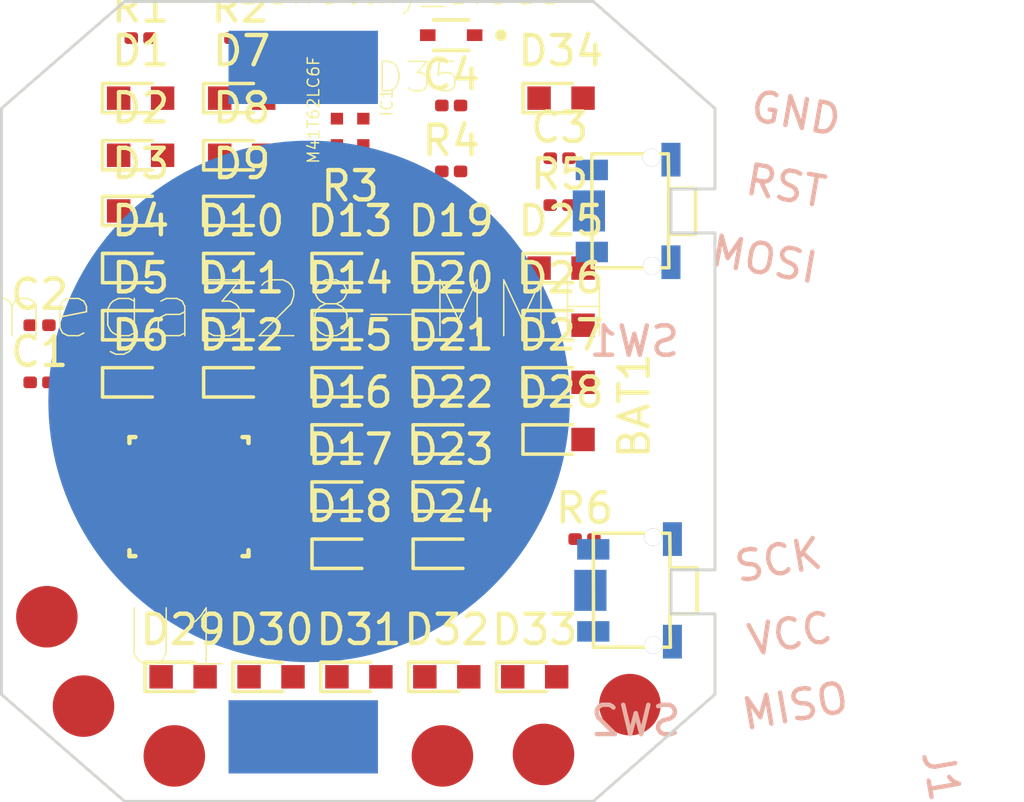
<source format=kicad_pcb>
(kicad_pcb (version 20171130) (host pcbnew "(5.1.2-1)-1")

  (general
    (thickness 1.6)
    (drawings 81)
    (tracks 0)
    (zones 0)
    (modules 51)
    (nets 37)
  )

  (page A4)
  (layers
    (0 F.Cu signal)
    (31 B.Cu signal hide)
    (32 B.Adhes user hide)
    (33 F.Adhes user hide)
    (34 B.Paste user hide)
    (35 F.Paste user hide)
    (36 B.SilkS user hide)
    (37 F.SilkS user hide)
    (38 B.Mask user hide)
    (39 F.Mask user hide)
    (40 Dwgs.User user hide)
    (41 Cmts.User user hide)
    (42 Eco1.User user hide)
    (43 Eco2.User user hide)
    (44 Edge.Cuts user)
    (45 Margin user)
    (46 B.CrtYd user hide)
    (47 F.CrtYd user hide)
    (48 B.Fab user hide)
    (49 F.Fab user hide)
  )

  (setup
    (last_trace_width 0.25)
    (trace_clearance 0.2)
    (zone_clearance 0.508)
    (zone_45_only no)
    (trace_min 0.2)
    (via_size 0.8)
    (via_drill 0.4)
    (via_min_size 0.4)
    (via_min_drill 0.3)
    (uvia_size 0.3)
    (uvia_drill 0.1)
    (uvias_allowed no)
    (uvia_min_size 0.2)
    (uvia_min_drill 0.1)
    (edge_width 0.1)
    (segment_width 0.2)
    (pcb_text_width 0.3)
    (pcb_text_size 1.5 1.5)
    (mod_edge_width 0.15)
    (mod_text_size 1 1)
    (mod_text_width 0.15)
    (pad_size 2.3876 2.3876)
    (pad_drill 0)
    (pad_to_mask_clearance 0)
    (aux_axis_origin 0 0)
    (visible_elements FFFFF77F)
    (pcbplotparams
      (layerselection 0x010fc_ffffffff)
      (usegerberextensions false)
      (usegerberattributes false)
      (usegerberadvancedattributes false)
      (creategerberjobfile false)
      (excludeedgelayer true)
      (linewidth 0.100000)
      (plotframeref false)
      (viasonmask false)
      (mode 1)
      (useauxorigin false)
      (hpglpennumber 1)
      (hpglpenspeed 20)
      (hpglpendiameter 15.000000)
      (psnegative false)
      (psa4output false)
      (plotreference true)
      (plotvalue true)
      (plotinvisibletext false)
      (padsonsilk false)
      (subtractmaskfromsilk false)
      (outputformat 1)
      (mirror false)
      (drillshape 1)
      (scaleselection 1)
      (outputdirectory ""))
  )

  (net 0 "")
  (net 1 "Net-(C1-Pad2)")
  (net 2 GND)
  (net 3 "Net-(C4-Pad1)")
  (net 4 /ROW_0)
  (net 5 "Net-(D1-Pad1)")
  (net 6 /ROW_1)
  (net 7 /ROW_2)
  (net 8 /ROW_3)
  (net 9 /ROW_4)
  (net 10 /ROW_5)
  (net 11 "Net-(D10-Pad1)")
  (net 12 "Net-(D13-Pad1)")
  (net 13 "Net-(D19-Pad1)")
  (net 14 "Net-(D25-Pad1)")
  (net 15 "Net-(D29-Pad1)")
  (net 16 "Net-(IC1-Pad2)")
  (net 17 "Net-(IC1-Pad1)")
  (net 18 "Net-(IC1-Pad6)")
  (net 19 "Net-(IC1-Pad8)")
  (net 20 "Net-(J1-Pad1)")
  (net 21 "Net-(J1-Pad3)")
  (net 22 "Net-(J1-Pad5)")
  (net 23 "Net-(J1-Pad4)")
  (net 24 /COL_0)
  (net 25 /COL_1)
  (net 26 /COL_2)
  (net 27 /COL_3)
  (net 28 /COL_4)
  (net 29 /COL_5)
  (net 30 "Net-(SW1-Pad1)")
  (net 31 "Net-(SW2-Pad1)")
  (net 32 "Net-(U1-Pad27)")
  (net 33 "Net-(U1-Pad26)")
  (net 34 "Net-(U1-Pad16)")
  (net 35 "Net-(U1-Pad10)")
  (net 36 "Net-(BAT1-PadPos)")

  (net_class Default "This is the default net class."
    (clearance 0.2)
    (trace_width 0.25)
    (via_dia 0.8)
    (via_drill 0.4)
    (uvia_dia 0.3)
    (uvia_drill 0.1)
    (add_net /COL_0)
    (add_net /COL_1)
    (add_net /COL_2)
    (add_net /COL_3)
    (add_net /COL_4)
    (add_net /COL_5)
    (add_net /ROW_0)
    (add_net /ROW_1)
    (add_net /ROW_2)
    (add_net /ROW_3)
    (add_net /ROW_4)
    (add_net /ROW_5)
    (add_net GND)
    (add_net "Net-(BAT1-PadPos)")
    (add_net "Net-(C1-Pad2)")
    (add_net "Net-(C4-Pad1)")
    (add_net "Net-(D1-Pad1)")
    (add_net "Net-(D10-Pad1)")
    (add_net "Net-(D13-Pad1)")
    (add_net "Net-(D19-Pad1)")
    (add_net "Net-(D25-Pad1)")
    (add_net "Net-(D29-Pad1)")
    (add_net "Net-(IC1-Pad1)")
    (add_net "Net-(IC1-Pad2)")
    (add_net "Net-(IC1-Pad6)")
    (add_net "Net-(IC1-Pad8)")
    (add_net "Net-(J1-Pad1)")
    (add_net "Net-(J1-Pad3)")
    (add_net "Net-(J1-Pad4)")
    (add_net "Net-(J1-Pad5)")
    (add_net "Net-(SW1-Pad1)")
    (add_net "Net-(SW2-Pad1)")
    (add_net "Net-(U1-Pad10)")
    (add_net "Net-(U1-Pad16)")
    (add_net "Net-(U1-Pad26)")
    (add_net "Net-(U1-Pad27)")
  )

  (module Source_Footprints:ICSP (layer F.Cu) (tedit 5D108F79) (tstamp 5D4819FF)
    (at 193.15886 91.659744 90)
    (path /5D093ADF)
    (fp_text reference J1 (at -6.457975 -2.582378 100) (layer B.SilkS)
      (effects (font (size 1 1) (thickness 0.15)))
    )
    (fp_text value ICSP-6 (at -6.746716 -4.365358 105) (layer F.Fab)
      (effects (font (size 1 1) (thickness 0.15)))
    )
    (fp_text user GND (at 16.141404 -7.543624 170) (layer B.SilkS)
      (effects (font (size 1 1) (thickness 0.15)))
    )
    (fp_text user RST (at 13.662019 -7.879263 170) (layer B.SilkS)
      (effects (font (size 1 1) (thickness 0.15)))
    )
    (fp_text user MOSI (at 11.153613 -8.626191 170) (layer B.SilkS)
      (effects (font (size 1 1) (thickness 0.15)))
    )
    (fp_text user SCK (at 0.888125 -8.142486 190) (layer B.SilkS)
      (effects (font (size 1 1) (thickness 0.15)))
    )
    (fp_text user VCC (at -1.631817 -7.748925 190) (layer B.SilkS)
      (effects (font (size 1 1) (thickness 0.15)))
    )
    (fp_text user MISO (at -4.088008 -7.569687 190) (layer B.SilkS)
      (effects (font (size 1 1) (thickness 0.15)))
    )
    (pad 1 smd circle (at -1.040256 -33.10886 90) (size 2.1 2.1) (layers F.Cu F.Paste F.Mask)
      (net 20 "Net-(J1-Pad1)"))
    (pad 2 smd circle (at -4.090256 -31.85886 90) (size 2.1 2.1) (layers F.Cu F.Paste F.Mask)
      (net 36 "Net-(BAT1-PadPos)"))
    (pad 3 smd circle (at -5.790256 -28.75886 90) (size 2.1 2.1) (layers F.Cu F.Paste F.Mask)
      (net 21 "Net-(J1-Pad3)"))
    (pad 6 smd circle (at -4.040256 -13.20886 90) (size 2.1 2.1) (layers F.Cu F.Paste F.Mask)
      (net 2 GND))
    (pad 5 smd circle (at -5.740256 -16.15886 90) (size 2.1 2.1) (layers F.Cu F.Paste F.Mask)
      (net 22 "Net-(J1-Pad5)"))
    (pad 4 smd circle (at -5.790256 -19.60886 90) (size 2.1 2.1) (layers F.Cu F.Paste F.Mask)
      (net 23 "Net-(J1-Pad4)"))
  )

  (module Source_Footprints:Switch_SPSTnew (layer F.Cu) (tedit 5D480B46) (tstamp 5D47F20A)
    (at 181.25 88.9)
    (path /5D098956)
    (attr smd)
    (fp_text reference SW2 (at -1.1 7.35) (layer B.SilkS)
      (effects (font (size 1 1) (thickness 0.15)) (justify mirror))
    )
    (fp_text value SW_SPST (at -1.1 6.35) (layer B.Fab)
      (effects (font (size 1 1) (thickness 0.15)) (justify mirror))
    )
    (fp_line (start 0.07 1.74) (end 0.07 4.05) (layer F.SilkS) (width 0.12))
    (fp_line (start -2.54 4.69) (end -2.54 4.84) (layer F.SilkS) (width 0.12))
    (fp_line (start -2.54 4.84) (end 0.08 4.84) (layer F.SilkS) (width 0.12))
    (fp_line (start 0.08 4.84) (end 0.07 4.05) (layer F.SilkS) (width 0.12))
    (fp_line (start 0.07 1.74) (end 0.06 0.95) (layer F.SilkS) (width 0.12))
    (fp_line (start 0.06 0.95) (end -2.55 0.95) (layer F.SilkS) (width 0.12))
    (fp_line (start -2.55 0.95) (end -2.54 4.69) (layer F.SilkS) (width 0.12))
    (fp_line (start 0.09 2.13) (end 0.99 2.13) (layer F.SilkS) (width 0.12))
    (fp_line (start 0.99 2.13) (end 0.99 3.7) (layer F.SilkS) (width 0.12))
    (fp_line (start 0.99 3.7) (end 0.07 3.7) (layer F.SilkS) (width 0.12))
    (pad 5 smd rect (at 0.15 4.65 90) (size 1.15 0.65) (layers B.Cu))
    (pad 4 smd rect (at 0.15 1.15 90) (size 1.15 0.65) (layers B.Cu))
    (pad 3 smd rect (at -2.55 4.3 90) (size 0.7 1.1) (layers B.Cu))
    (pad 2 smd rect (at -2.65 2.9) (size 1.1 1.4) (layers B.Cu)
      (net 2 GND))
    (pad 1 smd rect (at -2.55 1.5 90) (size 0.7 1.1) (layers B.Cu)
      (net 31 "Net-(SW2-Pad1)"))
    (pad 6 thru_hole circle (at -0.51 1.08) (size 0.6 0.6) (drill 0.6) (layers *.Cu *.Mask))
    (pad 7 thru_hole circle (at -0.5 4.77) (size 0.6 0.6) (drill 0.6) (layers *.Cu *.Mask))
  )

  (module Source_Footprints:Switch_SPST locked (layer F.Cu) (tedit 5D480B46) (tstamp 5D481A6E)
    (at 181.2 75.95)
    (path /5D097B93)
    (attr smd)
    (fp_text reference SW1 (at -1.1 7.35) (layer B.SilkS)
      (effects (font (size 1 1) (thickness 0.15)) (justify mirror))
    )
    (fp_text value SW_SPST (at -1.1 6.35) (layer B.Fab)
      (effects (font (size 1 1) (thickness 0.15)) (justify mirror))
    )
    (fp_line (start 0.07 1.74) (end 0.07 4.05) (layer F.SilkS) (width 0.12))
    (fp_line (start -2.54 4.69) (end -2.54 4.84) (layer F.SilkS) (width 0.12))
    (fp_line (start -2.54 4.84) (end 0.08 4.84) (layer F.SilkS) (width 0.12))
    (fp_line (start 0.08 4.84) (end 0.07 4.05) (layer F.SilkS) (width 0.12))
    (fp_line (start 0.07 1.74) (end 0.06 0.95) (layer F.SilkS) (width 0.12))
    (fp_line (start 0.06 0.95) (end -2.55 0.95) (layer F.SilkS) (width 0.12))
    (fp_line (start -2.55 0.95) (end -2.54 4.69) (layer F.SilkS) (width 0.12))
    (fp_line (start 0.09 2.13) (end 0.99 2.13) (layer F.SilkS) (width 0.12))
    (fp_line (start 0.99 2.13) (end 0.99 3.7) (layer F.SilkS) (width 0.12))
    (fp_line (start 0.99 3.7) (end 0.07 3.7) (layer F.SilkS) (width 0.12))
    (pad 5 smd rect (at 0.15 4.65 90) (size 1.15 0.65) (layers B.Cu))
    (pad 4 smd rect (at 0.15 1.15 90) (size 1.15 0.65) (layers B.Cu))
    (pad 3 smd rect (at -2.55 4.3 90) (size 0.7 1.1) (layers B.Cu))
    (pad 2 smd rect (at -2.65 2.9) (size 1.1 1.4) (layers B.Cu)
      (net 2 GND))
    (pad 1 smd rect (at -2.55 1.5 90) (size 0.7 1.1) (layers B.Cu)
      (net 30 "Net-(SW1-Pad1)"))
    (pad 6 thru_hole circle (at -0.51 1.08) (size 0.6 0.6) (drill 0.6) (layers *.Cu *.Mask))
    (pad 7 thru_hole circle (at -0.5 4.77) (size 0.6 0.6) (drill 0.6) (layers *.Cu *.Mask))
  )

  (module Capacitor_SMD:C_0201_0603Metric (layer F.Cu) (tedit 5B301BBE) (tstamp 5D4815F9)
    (at 159.8 84.7)
    (descr "Capacitor SMD 0201 (0603 Metric), square (rectangular) end terminal, IPC_7351 nominal, (Body size source: https://www.vishay.com/docs/20052/crcw0201e3.pdf), generated with kicad-footprint-generator")
    (tags capacitor)
    (path /5D09069D)
    (attr smd)
    (fp_text reference C1 (at 0 -1.05) (layer F.SilkS)
      (effects (font (size 1 1) (thickness 0.15)))
    )
    (fp_text value 100nF (at 0 1.05) (layer F.Fab)
      (effects (font (size 1 1) (thickness 0.15)))
    )
    (fp_line (start -0.3 0.15) (end -0.3 -0.15) (layer F.Fab) (width 0.1))
    (fp_line (start -0.3 -0.15) (end 0.3 -0.15) (layer F.Fab) (width 0.1))
    (fp_line (start 0.3 -0.15) (end 0.3 0.15) (layer F.Fab) (width 0.1))
    (fp_line (start 0.3 0.15) (end -0.3 0.15) (layer F.Fab) (width 0.1))
    (fp_line (start -0.7 0.35) (end -0.7 -0.35) (layer F.CrtYd) (width 0.05))
    (fp_line (start -0.7 -0.35) (end 0.7 -0.35) (layer F.CrtYd) (width 0.05))
    (fp_line (start 0.7 -0.35) (end 0.7 0.35) (layer F.CrtYd) (width 0.05))
    (fp_line (start 0.7 0.35) (end -0.7 0.35) (layer F.CrtYd) (width 0.05))
    (fp_text user %R (at 0 -0.68) (layer F.Fab)
      (effects (font (size 0.25 0.25) (thickness 0.04)))
    )
    (pad "" smd roundrect (at -0.345 0) (size 0.318 0.36) (layers F.Paste) (roundrect_rratio 0.25))
    (pad "" smd roundrect (at 0.345 0) (size 0.318 0.36) (layers F.Paste) (roundrect_rratio 0.25))
    (pad 1 smd roundrect (at -0.32 0) (size 0.46 0.4) (layers F.Cu F.Mask) (roundrect_rratio 0.25)
      (net 36 "Net-(BAT1-PadPos)"))
    (pad 2 smd roundrect (at 0.32 0) (size 0.46 0.4) (layers F.Cu F.Mask) (roundrect_rratio 0.25)
      (net 1 "Net-(C1-Pad2)"))
    (model ${KISYS3DMOD}/Capacitor_SMD.3dshapes/C_0201_0603Metric.wrl
      (at (xyz 0 0 0))
      (scale (xyz 1 1 1))
      (rotate (xyz 0 0 0))
    )
  )

  (module Capacitor_SMD:C_0201_0603Metric (layer F.Cu) (tedit 5B301BBE) (tstamp 5D48160A)
    (at 159.8 82.75)
    (descr "Capacitor SMD 0201 (0603 Metric), square (rectangular) end terminal, IPC_7351 nominal, (Body size source: https://www.vishay.com/docs/20052/crcw0201e3.pdf), generated with kicad-footprint-generator")
    (tags capacitor)
    (path /5D091F4C)
    (attr smd)
    (fp_text reference C2 (at 0 -1.05) (layer F.SilkS)
      (effects (font (size 1 1) (thickness 0.15)))
    )
    (fp_text value 10uF (at 0 1.05) (layer F.Fab)
      (effects (font (size 1 1) (thickness 0.15)))
    )
    (fp_line (start -0.3 0.15) (end -0.3 -0.15) (layer F.Fab) (width 0.1))
    (fp_line (start -0.3 -0.15) (end 0.3 -0.15) (layer F.Fab) (width 0.1))
    (fp_line (start 0.3 -0.15) (end 0.3 0.15) (layer F.Fab) (width 0.1))
    (fp_line (start 0.3 0.15) (end -0.3 0.15) (layer F.Fab) (width 0.1))
    (fp_line (start -0.7 0.35) (end -0.7 -0.35) (layer F.CrtYd) (width 0.05))
    (fp_line (start -0.7 -0.35) (end 0.7 -0.35) (layer F.CrtYd) (width 0.05))
    (fp_line (start 0.7 -0.35) (end 0.7 0.35) (layer F.CrtYd) (width 0.05))
    (fp_line (start 0.7 0.35) (end -0.7 0.35) (layer F.CrtYd) (width 0.05))
    (fp_text user %R (at 0 -0.68) (layer F.Fab)
      (effects (font (size 0.25 0.25) (thickness 0.04)))
    )
    (pad "" smd roundrect (at -0.345 0) (size 0.318 0.36) (layers F.Paste) (roundrect_rratio 0.25))
    (pad "" smd roundrect (at 0.345 0) (size 0.318 0.36) (layers F.Paste) (roundrect_rratio 0.25))
    (pad 1 smd roundrect (at -0.32 0) (size 0.46 0.4) (layers F.Cu F.Mask) (roundrect_rratio 0.25)
      (net 1 "Net-(C1-Pad2)"))
    (pad 2 smd roundrect (at 0.32 0) (size 0.46 0.4) (layers F.Cu F.Mask) (roundrect_rratio 0.25)
      (net 2 GND))
    (model ${KISYS3DMOD}/Capacitor_SMD.3dshapes/C_0201_0603Metric.wrl
      (at (xyz 0 0 0))
      (scale (xyz 1 1 1))
      (rotate (xyz 0 0 0))
    )
  )

  (module Capacitor_SMD:C_0201_0603Metric (layer F.Cu) (tedit 5B301BBE) (tstamp 5D48161B)
    (at 177.55 77.05)
    (descr "Capacitor SMD 0201 (0603 Metric), square (rectangular) end terminal, IPC_7351 nominal, (Body size source: https://www.vishay.com/docs/20052/crcw0201e3.pdf), generated with kicad-footprint-generator")
    (tags capacitor)
    (path /5D099945)
    (attr smd)
    (fp_text reference C3 (at 0 -1.05) (layer F.SilkS)
      (effects (font (size 1 1) (thickness 0.15)))
    )
    (fp_text value 100nF (at 0 1.05) (layer F.Fab)
      (effects (font (size 1 1) (thickness 0.15)))
    )
    (fp_text user %R (at 0 -0.68) (layer F.Fab)
      (effects (font (size 0.25 0.25) (thickness 0.04)))
    )
    (fp_line (start 0.7 0.35) (end -0.7 0.35) (layer F.CrtYd) (width 0.05))
    (fp_line (start 0.7 -0.35) (end 0.7 0.35) (layer F.CrtYd) (width 0.05))
    (fp_line (start -0.7 -0.35) (end 0.7 -0.35) (layer F.CrtYd) (width 0.05))
    (fp_line (start -0.7 0.35) (end -0.7 -0.35) (layer F.CrtYd) (width 0.05))
    (fp_line (start 0.3 0.15) (end -0.3 0.15) (layer F.Fab) (width 0.1))
    (fp_line (start 0.3 -0.15) (end 0.3 0.15) (layer F.Fab) (width 0.1))
    (fp_line (start -0.3 -0.15) (end 0.3 -0.15) (layer F.Fab) (width 0.1))
    (fp_line (start -0.3 0.15) (end -0.3 -0.15) (layer F.Fab) (width 0.1))
    (pad 2 smd roundrect (at 0.32 0) (size 0.46 0.4) (layers F.Cu F.Mask) (roundrect_rratio 0.25)
      (net 2 GND))
    (pad 1 smd roundrect (at -0.32 0) (size 0.46 0.4) (layers F.Cu F.Mask) (roundrect_rratio 0.25)
      (net 36 "Net-(BAT1-PadPos)"))
    (pad "" smd roundrect (at 0.345 0) (size 0.318 0.36) (layers F.Paste) (roundrect_rratio 0.25))
    (pad "" smd roundrect (at -0.345 0) (size 0.318 0.36) (layers F.Paste) (roundrect_rratio 0.25))
    (model ${KISYS3DMOD}/Capacitor_SMD.3dshapes/C_0201_0603Metric.wrl
      (at (xyz 0 0 0))
      (scale (xyz 1 1 1))
      (rotate (xyz 0 0 0))
    )
  )

  (module Capacitor_SMD:C_0201_0603Metric (layer F.Cu) (tedit 5B301BBE) (tstamp 5D48162C)
    (at 173.85 75.25)
    (descr "Capacitor SMD 0201 (0603 Metric), square (rectangular) end terminal, IPC_7351 nominal, (Body size source: https://www.vishay.com/docs/20052/crcw0201e3.pdf), generated with kicad-footprint-generator")
    (tags capacitor)
    (path /5D465311)
    (attr smd)
    (fp_text reference C4 (at 0 -1.05) (layer F.SilkS)
      (effects (font (size 1 1) (thickness 0.15)))
    )
    (fp_text value 100nF (at 0 1.05) (layer F.Fab)
      (effects (font (size 1 1) (thickness 0.15)))
    )
    (fp_text user %R (at 0 -0.68) (layer F.Fab)
      (effects (font (size 0.25 0.25) (thickness 0.04)))
    )
    (fp_line (start 0.7 0.35) (end -0.7 0.35) (layer F.CrtYd) (width 0.05))
    (fp_line (start 0.7 -0.35) (end 0.7 0.35) (layer F.CrtYd) (width 0.05))
    (fp_line (start -0.7 -0.35) (end 0.7 -0.35) (layer F.CrtYd) (width 0.05))
    (fp_line (start -0.7 0.35) (end -0.7 -0.35) (layer F.CrtYd) (width 0.05))
    (fp_line (start 0.3 0.15) (end -0.3 0.15) (layer F.Fab) (width 0.1))
    (fp_line (start 0.3 -0.15) (end 0.3 0.15) (layer F.Fab) (width 0.1))
    (fp_line (start -0.3 -0.15) (end 0.3 -0.15) (layer F.Fab) (width 0.1))
    (fp_line (start -0.3 0.15) (end -0.3 -0.15) (layer F.Fab) (width 0.1))
    (pad 2 smd roundrect (at 0.32 0) (size 0.46 0.4) (layers F.Cu F.Mask) (roundrect_rratio 0.25)
      (net 2 GND))
    (pad 1 smd roundrect (at -0.32 0) (size 0.46 0.4) (layers F.Cu F.Mask) (roundrect_rratio 0.25)
      (net 3 "Net-(C4-Pad1)"))
    (pad "" smd roundrect (at 0.345 0) (size 0.318 0.36) (layers F.Paste) (roundrect_rratio 0.25))
    (pad "" smd roundrect (at -0.345 0) (size 0.318 0.36) (layers F.Paste) (roundrect_rratio 0.25))
    (model ${KISYS3DMOD}/Capacitor_SMD.3dshapes/C_0201_0603Metric.wrl
      (at (xyz 0 0 0))
      (scale (xyz 1 1 1))
      (rotate (xyz 0 0 0))
    )
  )

  (module Source_Footprints:LED_0603 (layer F.Cu) (tedit 595EA879) (tstamp 5D481647)
    (at 163.25 75)
    (path /5D14DD3A)
    (fp_text reference D1 (at 0 -1.61) (layer F.SilkS)
      (effects (font (size 1 1) (thickness 0.15)))
    )
    (fp_text value RED_HR (at 0 1.77) (layer F.Fab)
      (effects (font (size 1 1) (thickness 0.15)))
    )
    (fp_line (start -0.3 0.2) (end -0.3 0.1) (layer F.Fab) (width 0.12))
    (fp_line (start -0.3 -0.2) (end -0.3 0.1) (layer F.Fab) (width 0.12))
    (fp_line (start 0.5 0) (end 0.1 0) (layer F.Fab) (width 0.12))
    (fp_line (start 0.1 0) (end 0.1 -0.2) (layer F.Fab) (width 0.12))
    (fp_line (start 0.1 -0.2) (end -0.2 0) (layer F.Fab) (width 0.12))
    (fp_line (start -0.2 0) (end 0.1 0.2) (layer F.Fab) (width 0.12))
    (fp_line (start 0.1 0.2) (end 0.1 0) (layer F.Fab) (width 0.12))
    (fp_line (start -1.1 -0.5) (end 0.4 -0.5) (layer F.SilkS) (width 0.12))
    (fp_line (start -1.1 -0.5) (end -1.2 -0.5) (layer F.SilkS) (width 0.12))
    (fp_line (start -1.2 -0.5) (end -1.3 -0.5) (layer F.SilkS) (width 0.12))
    (fp_line (start -1.3 -0.5) (end -1.3 -0.3) (layer F.SilkS) (width 0.12))
    (fp_line (start -1.3 -0.3) (end -1.3 0.5) (layer F.SilkS) (width 0.12))
    (fp_line (start -1.3 0.5) (end 0.4 0.5) (layer F.SilkS) (width 0.12))
    (fp_line (start -1.4 0.71) (end 1.4 0.71) (layer F.CrtYd) (width 0.05))
    (fp_line (start -1.4 -0.71) (end 1.4 -0.71) (layer F.CrtYd) (width 0.05))
    (fp_line (start 1.4 0.71) (end 1.4 -0.71) (layer F.CrtYd) (width 0.05))
    (fp_line (start -1.4 0.71) (end -1.4 -0.71) (layer F.CrtYd) (width 0.05))
    (fp_line (start -0.85 0.4) (end 0.85 0.4) (layer F.Fab) (width 0.12))
    (fp_line (start -0.85 -0.4) (end 0.85 -0.4) (layer F.Fab) (width 0.12))
    (fp_line (start -0.85 0.4) (end -0.85 -0.4) (layer F.Fab) (width 0.12))
    (fp_line (start 0.85 0.4) (end 0.85 -0.4) (layer F.Fab) (width 0.12))
    (pad 1 smd rect (at -0.75 0) (size 0.8 0.8) (layers F.Cu F.Paste F.Mask)
      (net 5 "Net-(D1-Pad1)"))
    (pad 2 smd rect (at 0.75 0) (size 0.8 0.8) (layers F.Cu F.Paste F.Mask)
      (net 4 /ROW_0))
  )

  (module Source_Footprints:LED_0603 (layer F.Cu) (tedit 595EA879) (tstamp 5D481662)
    (at 163.25 76.95)
    (path /5D14C49C)
    (fp_text reference D2 (at 0 -1.61) (layer F.SilkS)
      (effects (font (size 1 1) (thickness 0.15)))
    )
    (fp_text value RED_HR (at 0 1.77) (layer F.Fab)
      (effects (font (size 1 1) (thickness 0.15)))
    )
    (fp_line (start -0.3 0.2) (end -0.3 0.1) (layer F.Fab) (width 0.12))
    (fp_line (start -0.3 -0.2) (end -0.3 0.1) (layer F.Fab) (width 0.12))
    (fp_line (start 0.5 0) (end 0.1 0) (layer F.Fab) (width 0.12))
    (fp_line (start 0.1 0) (end 0.1 -0.2) (layer F.Fab) (width 0.12))
    (fp_line (start 0.1 -0.2) (end -0.2 0) (layer F.Fab) (width 0.12))
    (fp_line (start -0.2 0) (end 0.1 0.2) (layer F.Fab) (width 0.12))
    (fp_line (start 0.1 0.2) (end 0.1 0) (layer F.Fab) (width 0.12))
    (fp_line (start -1.1 -0.5) (end 0.4 -0.5) (layer F.SilkS) (width 0.12))
    (fp_line (start -1.1 -0.5) (end -1.2 -0.5) (layer F.SilkS) (width 0.12))
    (fp_line (start -1.2 -0.5) (end -1.3 -0.5) (layer F.SilkS) (width 0.12))
    (fp_line (start -1.3 -0.5) (end -1.3 -0.3) (layer F.SilkS) (width 0.12))
    (fp_line (start -1.3 -0.3) (end -1.3 0.5) (layer F.SilkS) (width 0.12))
    (fp_line (start -1.3 0.5) (end 0.4 0.5) (layer F.SilkS) (width 0.12))
    (fp_line (start -1.4 0.71) (end 1.4 0.71) (layer F.CrtYd) (width 0.05))
    (fp_line (start -1.4 -0.71) (end 1.4 -0.71) (layer F.CrtYd) (width 0.05))
    (fp_line (start 1.4 0.71) (end 1.4 -0.71) (layer F.CrtYd) (width 0.05))
    (fp_line (start -1.4 0.71) (end -1.4 -0.71) (layer F.CrtYd) (width 0.05))
    (fp_line (start -0.85 0.4) (end 0.85 0.4) (layer F.Fab) (width 0.12))
    (fp_line (start -0.85 -0.4) (end 0.85 -0.4) (layer F.Fab) (width 0.12))
    (fp_line (start -0.85 0.4) (end -0.85 -0.4) (layer F.Fab) (width 0.12))
    (fp_line (start 0.85 0.4) (end 0.85 -0.4) (layer F.Fab) (width 0.12))
    (pad 1 smd rect (at -0.75 0) (size 0.8 0.8) (layers F.Cu F.Paste F.Mask)
      (net 5 "Net-(D1-Pad1)"))
    (pad 2 smd rect (at 0.75 0) (size 0.8 0.8) (layers F.Cu F.Paste F.Mask)
      (net 6 /ROW_1))
  )

  (module Source_Footprints:LED_0603 (layer F.Cu) (tedit 595EA879) (tstamp 5D48167D)
    (at 163.25 78.85)
    (path /5D14A99D)
    (fp_text reference D3 (at 0 -1.61) (layer F.SilkS)
      (effects (font (size 1 1) (thickness 0.15)))
    )
    (fp_text value RED_HR (at 0 1.77) (layer F.Fab)
      (effects (font (size 1 1) (thickness 0.15)))
    )
    (fp_line (start -0.3 0.2) (end -0.3 0.1) (layer F.Fab) (width 0.12))
    (fp_line (start -0.3 -0.2) (end -0.3 0.1) (layer F.Fab) (width 0.12))
    (fp_line (start 0.5 0) (end 0.1 0) (layer F.Fab) (width 0.12))
    (fp_line (start 0.1 0) (end 0.1 -0.2) (layer F.Fab) (width 0.12))
    (fp_line (start 0.1 -0.2) (end -0.2 0) (layer F.Fab) (width 0.12))
    (fp_line (start -0.2 0) (end 0.1 0.2) (layer F.Fab) (width 0.12))
    (fp_line (start 0.1 0.2) (end 0.1 0) (layer F.Fab) (width 0.12))
    (fp_line (start -1.1 -0.5) (end 0.4 -0.5) (layer F.SilkS) (width 0.12))
    (fp_line (start -1.1 -0.5) (end -1.2 -0.5) (layer F.SilkS) (width 0.12))
    (fp_line (start -1.2 -0.5) (end -1.3 -0.5) (layer F.SilkS) (width 0.12))
    (fp_line (start -1.3 -0.5) (end -1.3 -0.3) (layer F.SilkS) (width 0.12))
    (fp_line (start -1.3 -0.3) (end -1.3 0.5) (layer F.SilkS) (width 0.12))
    (fp_line (start -1.3 0.5) (end 0.4 0.5) (layer F.SilkS) (width 0.12))
    (fp_line (start -1.4 0.71) (end 1.4 0.71) (layer F.CrtYd) (width 0.05))
    (fp_line (start -1.4 -0.71) (end 1.4 -0.71) (layer F.CrtYd) (width 0.05))
    (fp_line (start 1.4 0.71) (end 1.4 -0.71) (layer F.CrtYd) (width 0.05))
    (fp_line (start -1.4 0.71) (end -1.4 -0.71) (layer F.CrtYd) (width 0.05))
    (fp_line (start -0.85 0.4) (end 0.85 0.4) (layer F.Fab) (width 0.12))
    (fp_line (start -0.85 -0.4) (end 0.85 -0.4) (layer F.Fab) (width 0.12))
    (fp_line (start -0.85 0.4) (end -0.85 -0.4) (layer F.Fab) (width 0.12))
    (fp_line (start 0.85 0.4) (end 0.85 -0.4) (layer F.Fab) (width 0.12))
    (pad 1 smd rect (at -0.75 0) (size 0.8 0.8) (layers F.Cu F.Paste F.Mask)
      (net 5 "Net-(D1-Pad1)"))
    (pad 2 smd rect (at 0.75 0) (size 0.8 0.8) (layers F.Cu F.Paste F.Mask)
      (net 7 /ROW_2))
  )

  (module Source_Footprints:LED_0603 (layer F.Cu) (tedit 595EA879) (tstamp 5D481698)
    (at 163.25 80.8)
    (path /5D148D25)
    (fp_text reference D4 (at 0 -1.61) (layer F.SilkS)
      (effects (font (size 1 1) (thickness 0.15)))
    )
    (fp_text value RED_HR (at 0 1.77) (layer F.Fab)
      (effects (font (size 1 1) (thickness 0.15)))
    )
    (fp_line (start -0.3 0.2) (end -0.3 0.1) (layer F.Fab) (width 0.12))
    (fp_line (start -0.3 -0.2) (end -0.3 0.1) (layer F.Fab) (width 0.12))
    (fp_line (start 0.5 0) (end 0.1 0) (layer F.Fab) (width 0.12))
    (fp_line (start 0.1 0) (end 0.1 -0.2) (layer F.Fab) (width 0.12))
    (fp_line (start 0.1 -0.2) (end -0.2 0) (layer F.Fab) (width 0.12))
    (fp_line (start -0.2 0) (end 0.1 0.2) (layer F.Fab) (width 0.12))
    (fp_line (start 0.1 0.2) (end 0.1 0) (layer F.Fab) (width 0.12))
    (fp_line (start -1.1 -0.5) (end 0.4 -0.5) (layer F.SilkS) (width 0.12))
    (fp_line (start -1.1 -0.5) (end -1.2 -0.5) (layer F.SilkS) (width 0.12))
    (fp_line (start -1.2 -0.5) (end -1.3 -0.5) (layer F.SilkS) (width 0.12))
    (fp_line (start -1.3 -0.5) (end -1.3 -0.3) (layer F.SilkS) (width 0.12))
    (fp_line (start -1.3 -0.3) (end -1.3 0.5) (layer F.SilkS) (width 0.12))
    (fp_line (start -1.3 0.5) (end 0.4 0.5) (layer F.SilkS) (width 0.12))
    (fp_line (start -1.4 0.71) (end 1.4 0.71) (layer F.CrtYd) (width 0.05))
    (fp_line (start -1.4 -0.71) (end 1.4 -0.71) (layer F.CrtYd) (width 0.05))
    (fp_line (start 1.4 0.71) (end 1.4 -0.71) (layer F.CrtYd) (width 0.05))
    (fp_line (start -1.4 0.71) (end -1.4 -0.71) (layer F.CrtYd) (width 0.05))
    (fp_line (start -0.85 0.4) (end 0.85 0.4) (layer F.Fab) (width 0.12))
    (fp_line (start -0.85 -0.4) (end 0.85 -0.4) (layer F.Fab) (width 0.12))
    (fp_line (start -0.85 0.4) (end -0.85 -0.4) (layer F.Fab) (width 0.12))
    (fp_line (start 0.85 0.4) (end 0.85 -0.4) (layer F.Fab) (width 0.12))
    (pad 1 smd rect (at -0.75 0) (size 0.8 0.8) (layers F.Cu F.Paste F.Mask)
      (net 5 "Net-(D1-Pad1)"))
    (pad 2 smd rect (at 0.75 0) (size 0.8 0.8) (layers F.Cu F.Paste F.Mask)
      (net 8 /ROW_3))
  )

  (module Source_Footprints:LED_0603 (layer F.Cu) (tedit 595EA879) (tstamp 5D4816B3)
    (at 163.25 82.75)
    (path /5D1470E7)
    (fp_text reference D5 (at 0 -1.61) (layer F.SilkS)
      (effects (font (size 1 1) (thickness 0.15)))
    )
    (fp_text value RED_HR (at 0 1.77) (layer F.Fab)
      (effects (font (size 1 1) (thickness 0.15)))
    )
    (fp_line (start -0.3 0.2) (end -0.3 0.1) (layer F.Fab) (width 0.12))
    (fp_line (start -0.3 -0.2) (end -0.3 0.1) (layer F.Fab) (width 0.12))
    (fp_line (start 0.5 0) (end 0.1 0) (layer F.Fab) (width 0.12))
    (fp_line (start 0.1 0) (end 0.1 -0.2) (layer F.Fab) (width 0.12))
    (fp_line (start 0.1 -0.2) (end -0.2 0) (layer F.Fab) (width 0.12))
    (fp_line (start -0.2 0) (end 0.1 0.2) (layer F.Fab) (width 0.12))
    (fp_line (start 0.1 0.2) (end 0.1 0) (layer F.Fab) (width 0.12))
    (fp_line (start -1.1 -0.5) (end 0.4 -0.5) (layer F.SilkS) (width 0.12))
    (fp_line (start -1.1 -0.5) (end -1.2 -0.5) (layer F.SilkS) (width 0.12))
    (fp_line (start -1.2 -0.5) (end -1.3 -0.5) (layer F.SilkS) (width 0.12))
    (fp_line (start -1.3 -0.5) (end -1.3 -0.3) (layer F.SilkS) (width 0.12))
    (fp_line (start -1.3 -0.3) (end -1.3 0.5) (layer F.SilkS) (width 0.12))
    (fp_line (start -1.3 0.5) (end 0.4 0.5) (layer F.SilkS) (width 0.12))
    (fp_line (start -1.4 0.71) (end 1.4 0.71) (layer F.CrtYd) (width 0.05))
    (fp_line (start -1.4 -0.71) (end 1.4 -0.71) (layer F.CrtYd) (width 0.05))
    (fp_line (start 1.4 0.71) (end 1.4 -0.71) (layer F.CrtYd) (width 0.05))
    (fp_line (start -1.4 0.71) (end -1.4 -0.71) (layer F.CrtYd) (width 0.05))
    (fp_line (start -0.85 0.4) (end 0.85 0.4) (layer F.Fab) (width 0.12))
    (fp_line (start -0.85 -0.4) (end 0.85 -0.4) (layer F.Fab) (width 0.12))
    (fp_line (start -0.85 0.4) (end -0.85 -0.4) (layer F.Fab) (width 0.12))
    (fp_line (start 0.85 0.4) (end 0.85 -0.4) (layer F.Fab) (width 0.12))
    (pad 1 smd rect (at -0.75 0) (size 0.8 0.8) (layers F.Cu F.Paste F.Mask)
      (net 5 "Net-(D1-Pad1)"))
    (pad 2 smd rect (at 0.75 0) (size 0.8 0.8) (layers F.Cu F.Paste F.Mask)
      (net 9 /ROW_4))
  )

  (module Source_Footprints:LED_0603 (layer F.Cu) (tedit 595EA879) (tstamp 5D4816CE)
    (at 163.25 84.7)
    (path /5D145E59)
    (fp_text reference D6 (at 0 -1.61) (layer F.SilkS)
      (effects (font (size 1 1) (thickness 0.15)))
    )
    (fp_text value RED_HR (at 0 1.77) (layer F.Fab)
      (effects (font (size 1 1) (thickness 0.15)))
    )
    (fp_line (start -0.3 0.2) (end -0.3 0.1) (layer F.Fab) (width 0.12))
    (fp_line (start -0.3 -0.2) (end -0.3 0.1) (layer F.Fab) (width 0.12))
    (fp_line (start 0.5 0) (end 0.1 0) (layer F.Fab) (width 0.12))
    (fp_line (start 0.1 0) (end 0.1 -0.2) (layer F.Fab) (width 0.12))
    (fp_line (start 0.1 -0.2) (end -0.2 0) (layer F.Fab) (width 0.12))
    (fp_line (start -0.2 0) (end 0.1 0.2) (layer F.Fab) (width 0.12))
    (fp_line (start 0.1 0.2) (end 0.1 0) (layer F.Fab) (width 0.12))
    (fp_line (start -1.1 -0.5) (end 0.4 -0.5) (layer F.SilkS) (width 0.12))
    (fp_line (start -1.1 -0.5) (end -1.2 -0.5) (layer F.SilkS) (width 0.12))
    (fp_line (start -1.2 -0.5) (end -1.3 -0.5) (layer F.SilkS) (width 0.12))
    (fp_line (start -1.3 -0.5) (end -1.3 -0.3) (layer F.SilkS) (width 0.12))
    (fp_line (start -1.3 -0.3) (end -1.3 0.5) (layer F.SilkS) (width 0.12))
    (fp_line (start -1.3 0.5) (end 0.4 0.5) (layer F.SilkS) (width 0.12))
    (fp_line (start -1.4 0.71) (end 1.4 0.71) (layer F.CrtYd) (width 0.05))
    (fp_line (start -1.4 -0.71) (end 1.4 -0.71) (layer F.CrtYd) (width 0.05))
    (fp_line (start 1.4 0.71) (end 1.4 -0.71) (layer F.CrtYd) (width 0.05))
    (fp_line (start -1.4 0.71) (end -1.4 -0.71) (layer F.CrtYd) (width 0.05))
    (fp_line (start -0.85 0.4) (end 0.85 0.4) (layer F.Fab) (width 0.12))
    (fp_line (start -0.85 -0.4) (end 0.85 -0.4) (layer F.Fab) (width 0.12))
    (fp_line (start -0.85 0.4) (end -0.85 -0.4) (layer F.Fab) (width 0.12))
    (fp_line (start 0.85 0.4) (end 0.85 -0.4) (layer F.Fab) (width 0.12))
    (pad 1 smd rect (at -0.75 0) (size 0.8 0.8) (layers F.Cu F.Paste F.Mask)
      (net 5 "Net-(D1-Pad1)"))
    (pad 2 smd rect (at 0.75 0) (size 0.8 0.8) (layers F.Cu F.Paste F.Mask)
      (net 10 /ROW_5))
  )

  (module Source_Footprints:LED_0603 (layer F.Cu) (tedit 595EA879) (tstamp 5D4816E9)
    (at 166.7 75)
    (path /5D1D48C0)
    (fp_text reference D7 (at 0 -1.61) (layer F.SilkS)
      (effects (font (size 1 1) (thickness 0.15)))
    )
    (fp_text value RED_HR (at 0 1.77) (layer F.Fab)
      (effects (font (size 1 1) (thickness 0.15)))
    )
    (fp_line (start -0.3 0.2) (end -0.3 0.1) (layer F.Fab) (width 0.12))
    (fp_line (start -0.3 -0.2) (end -0.3 0.1) (layer F.Fab) (width 0.12))
    (fp_line (start 0.5 0) (end 0.1 0) (layer F.Fab) (width 0.12))
    (fp_line (start 0.1 0) (end 0.1 -0.2) (layer F.Fab) (width 0.12))
    (fp_line (start 0.1 -0.2) (end -0.2 0) (layer F.Fab) (width 0.12))
    (fp_line (start -0.2 0) (end 0.1 0.2) (layer F.Fab) (width 0.12))
    (fp_line (start 0.1 0.2) (end 0.1 0) (layer F.Fab) (width 0.12))
    (fp_line (start -1.1 -0.5) (end 0.4 -0.5) (layer F.SilkS) (width 0.12))
    (fp_line (start -1.1 -0.5) (end -1.2 -0.5) (layer F.SilkS) (width 0.12))
    (fp_line (start -1.2 -0.5) (end -1.3 -0.5) (layer F.SilkS) (width 0.12))
    (fp_line (start -1.3 -0.5) (end -1.3 -0.3) (layer F.SilkS) (width 0.12))
    (fp_line (start -1.3 -0.3) (end -1.3 0.5) (layer F.SilkS) (width 0.12))
    (fp_line (start -1.3 0.5) (end 0.4 0.5) (layer F.SilkS) (width 0.12))
    (fp_line (start -1.4 0.71) (end 1.4 0.71) (layer F.CrtYd) (width 0.05))
    (fp_line (start -1.4 -0.71) (end 1.4 -0.71) (layer F.CrtYd) (width 0.05))
    (fp_line (start 1.4 0.71) (end 1.4 -0.71) (layer F.CrtYd) (width 0.05))
    (fp_line (start -1.4 0.71) (end -1.4 -0.71) (layer F.CrtYd) (width 0.05))
    (fp_line (start -0.85 0.4) (end 0.85 0.4) (layer F.Fab) (width 0.12))
    (fp_line (start -0.85 -0.4) (end 0.85 -0.4) (layer F.Fab) (width 0.12))
    (fp_line (start -0.85 0.4) (end -0.85 -0.4) (layer F.Fab) (width 0.12))
    (fp_line (start 0.85 0.4) (end 0.85 -0.4) (layer F.Fab) (width 0.12))
    (pad 1 smd rect (at -0.75 0) (size 0.8 0.8) (layers F.Cu F.Paste F.Mask)
      (net 11 "Net-(D10-Pad1)"))
    (pad 2 smd rect (at 0.75 0) (size 0.8 0.8) (layers F.Cu F.Paste F.Mask)
      (net 4 /ROW_0))
  )

  (module Source_Footprints:LED_0603 (layer F.Cu) (tedit 595EA879) (tstamp 5D481704)
    (at 166.7 76.95)
    (path /5D1D7298)
    (fp_text reference D8 (at 0 -1.61) (layer F.SilkS)
      (effects (font (size 1 1) (thickness 0.15)))
    )
    (fp_text value RED_HR (at 0 1.77) (layer F.Fab)
      (effects (font (size 1 1) (thickness 0.15)))
    )
    (fp_line (start -0.3 0.2) (end -0.3 0.1) (layer F.Fab) (width 0.12))
    (fp_line (start -0.3 -0.2) (end -0.3 0.1) (layer F.Fab) (width 0.12))
    (fp_line (start 0.5 0) (end 0.1 0) (layer F.Fab) (width 0.12))
    (fp_line (start 0.1 0) (end 0.1 -0.2) (layer F.Fab) (width 0.12))
    (fp_line (start 0.1 -0.2) (end -0.2 0) (layer F.Fab) (width 0.12))
    (fp_line (start -0.2 0) (end 0.1 0.2) (layer F.Fab) (width 0.12))
    (fp_line (start 0.1 0.2) (end 0.1 0) (layer F.Fab) (width 0.12))
    (fp_line (start -1.1 -0.5) (end 0.4 -0.5) (layer F.SilkS) (width 0.12))
    (fp_line (start -1.1 -0.5) (end -1.2 -0.5) (layer F.SilkS) (width 0.12))
    (fp_line (start -1.2 -0.5) (end -1.3 -0.5) (layer F.SilkS) (width 0.12))
    (fp_line (start -1.3 -0.5) (end -1.3 -0.3) (layer F.SilkS) (width 0.12))
    (fp_line (start -1.3 -0.3) (end -1.3 0.5) (layer F.SilkS) (width 0.12))
    (fp_line (start -1.3 0.5) (end 0.4 0.5) (layer F.SilkS) (width 0.12))
    (fp_line (start -1.4 0.71) (end 1.4 0.71) (layer F.CrtYd) (width 0.05))
    (fp_line (start -1.4 -0.71) (end 1.4 -0.71) (layer F.CrtYd) (width 0.05))
    (fp_line (start 1.4 0.71) (end 1.4 -0.71) (layer F.CrtYd) (width 0.05))
    (fp_line (start -1.4 0.71) (end -1.4 -0.71) (layer F.CrtYd) (width 0.05))
    (fp_line (start -0.85 0.4) (end 0.85 0.4) (layer F.Fab) (width 0.12))
    (fp_line (start -0.85 -0.4) (end 0.85 -0.4) (layer F.Fab) (width 0.12))
    (fp_line (start -0.85 0.4) (end -0.85 -0.4) (layer F.Fab) (width 0.12))
    (fp_line (start 0.85 0.4) (end 0.85 -0.4) (layer F.Fab) (width 0.12))
    (pad 1 smd rect (at -0.75 0) (size 0.8 0.8) (layers F.Cu F.Paste F.Mask)
      (net 11 "Net-(D10-Pad1)"))
    (pad 2 smd rect (at 0.75 0) (size 0.8 0.8) (layers F.Cu F.Paste F.Mask)
      (net 6 /ROW_1))
  )

  (module Source_Footprints:LED_0603 (layer F.Cu) (tedit 595EA879) (tstamp 5D48171F)
    (at 166.7 78.85)
    (path /5D1D9BF8)
    (fp_text reference D9 (at 0 -1.61) (layer F.SilkS)
      (effects (font (size 1 1) (thickness 0.15)))
    )
    (fp_text value RED_HR (at 0 1.77) (layer F.Fab)
      (effects (font (size 1 1) (thickness 0.15)))
    )
    (fp_line (start -0.3 0.2) (end -0.3 0.1) (layer F.Fab) (width 0.12))
    (fp_line (start -0.3 -0.2) (end -0.3 0.1) (layer F.Fab) (width 0.12))
    (fp_line (start 0.5 0) (end 0.1 0) (layer F.Fab) (width 0.12))
    (fp_line (start 0.1 0) (end 0.1 -0.2) (layer F.Fab) (width 0.12))
    (fp_line (start 0.1 -0.2) (end -0.2 0) (layer F.Fab) (width 0.12))
    (fp_line (start -0.2 0) (end 0.1 0.2) (layer F.Fab) (width 0.12))
    (fp_line (start 0.1 0.2) (end 0.1 0) (layer F.Fab) (width 0.12))
    (fp_line (start -1.1 -0.5) (end 0.4 -0.5) (layer F.SilkS) (width 0.12))
    (fp_line (start -1.1 -0.5) (end -1.2 -0.5) (layer F.SilkS) (width 0.12))
    (fp_line (start -1.2 -0.5) (end -1.3 -0.5) (layer F.SilkS) (width 0.12))
    (fp_line (start -1.3 -0.5) (end -1.3 -0.3) (layer F.SilkS) (width 0.12))
    (fp_line (start -1.3 -0.3) (end -1.3 0.5) (layer F.SilkS) (width 0.12))
    (fp_line (start -1.3 0.5) (end 0.4 0.5) (layer F.SilkS) (width 0.12))
    (fp_line (start -1.4 0.71) (end 1.4 0.71) (layer F.CrtYd) (width 0.05))
    (fp_line (start -1.4 -0.71) (end 1.4 -0.71) (layer F.CrtYd) (width 0.05))
    (fp_line (start 1.4 0.71) (end 1.4 -0.71) (layer F.CrtYd) (width 0.05))
    (fp_line (start -1.4 0.71) (end -1.4 -0.71) (layer F.CrtYd) (width 0.05))
    (fp_line (start -0.85 0.4) (end 0.85 0.4) (layer F.Fab) (width 0.12))
    (fp_line (start -0.85 -0.4) (end 0.85 -0.4) (layer F.Fab) (width 0.12))
    (fp_line (start -0.85 0.4) (end -0.85 -0.4) (layer F.Fab) (width 0.12))
    (fp_line (start 0.85 0.4) (end 0.85 -0.4) (layer F.Fab) (width 0.12))
    (pad 1 smd rect (at -0.75 0) (size 0.8 0.8) (layers F.Cu F.Paste F.Mask)
      (net 11 "Net-(D10-Pad1)"))
    (pad 2 smd rect (at 0.75 0) (size 0.8 0.8) (layers F.Cu F.Paste F.Mask)
      (net 7 /ROW_2))
  )

  (module Source_Footprints:LED_0603 (layer F.Cu) (tedit 595EA879) (tstamp 5D48173A)
    (at 166.7 80.8)
    (path /5D1DC597)
    (fp_text reference D10 (at 0 -1.61) (layer F.SilkS)
      (effects (font (size 1 1) (thickness 0.15)))
    )
    (fp_text value RED_HR (at 0 1.77) (layer F.Fab)
      (effects (font (size 1 1) (thickness 0.15)))
    )
    (fp_line (start -0.3 0.2) (end -0.3 0.1) (layer F.Fab) (width 0.12))
    (fp_line (start -0.3 -0.2) (end -0.3 0.1) (layer F.Fab) (width 0.12))
    (fp_line (start 0.5 0) (end 0.1 0) (layer F.Fab) (width 0.12))
    (fp_line (start 0.1 0) (end 0.1 -0.2) (layer F.Fab) (width 0.12))
    (fp_line (start 0.1 -0.2) (end -0.2 0) (layer F.Fab) (width 0.12))
    (fp_line (start -0.2 0) (end 0.1 0.2) (layer F.Fab) (width 0.12))
    (fp_line (start 0.1 0.2) (end 0.1 0) (layer F.Fab) (width 0.12))
    (fp_line (start -1.1 -0.5) (end 0.4 -0.5) (layer F.SilkS) (width 0.12))
    (fp_line (start -1.1 -0.5) (end -1.2 -0.5) (layer F.SilkS) (width 0.12))
    (fp_line (start -1.2 -0.5) (end -1.3 -0.5) (layer F.SilkS) (width 0.12))
    (fp_line (start -1.3 -0.5) (end -1.3 -0.3) (layer F.SilkS) (width 0.12))
    (fp_line (start -1.3 -0.3) (end -1.3 0.5) (layer F.SilkS) (width 0.12))
    (fp_line (start -1.3 0.5) (end 0.4 0.5) (layer F.SilkS) (width 0.12))
    (fp_line (start -1.4 0.71) (end 1.4 0.71) (layer F.CrtYd) (width 0.05))
    (fp_line (start -1.4 -0.71) (end 1.4 -0.71) (layer F.CrtYd) (width 0.05))
    (fp_line (start 1.4 0.71) (end 1.4 -0.71) (layer F.CrtYd) (width 0.05))
    (fp_line (start -1.4 0.71) (end -1.4 -0.71) (layer F.CrtYd) (width 0.05))
    (fp_line (start -0.85 0.4) (end 0.85 0.4) (layer F.Fab) (width 0.12))
    (fp_line (start -0.85 -0.4) (end 0.85 -0.4) (layer F.Fab) (width 0.12))
    (fp_line (start -0.85 0.4) (end -0.85 -0.4) (layer F.Fab) (width 0.12))
    (fp_line (start 0.85 0.4) (end 0.85 -0.4) (layer F.Fab) (width 0.12))
    (pad 1 smd rect (at -0.75 0) (size 0.8 0.8) (layers F.Cu F.Paste F.Mask)
      (net 11 "Net-(D10-Pad1)"))
    (pad 2 smd rect (at 0.75 0) (size 0.8 0.8) (layers F.Cu F.Paste F.Mask)
      (net 8 /ROW_3))
  )

  (module Source_Footprints:LED_0603 (layer F.Cu) (tedit 595EA879) (tstamp 5D481755)
    (at 166.7 82.75)
    (path /5D1DF1EE)
    (fp_text reference D11 (at 0 -1.61) (layer F.SilkS)
      (effects (font (size 1 1) (thickness 0.15)))
    )
    (fp_text value RED_HR (at 0 1.77) (layer F.Fab)
      (effects (font (size 1 1) (thickness 0.15)))
    )
    (fp_line (start -0.3 0.2) (end -0.3 0.1) (layer F.Fab) (width 0.12))
    (fp_line (start -0.3 -0.2) (end -0.3 0.1) (layer F.Fab) (width 0.12))
    (fp_line (start 0.5 0) (end 0.1 0) (layer F.Fab) (width 0.12))
    (fp_line (start 0.1 0) (end 0.1 -0.2) (layer F.Fab) (width 0.12))
    (fp_line (start 0.1 -0.2) (end -0.2 0) (layer F.Fab) (width 0.12))
    (fp_line (start -0.2 0) (end 0.1 0.2) (layer F.Fab) (width 0.12))
    (fp_line (start 0.1 0.2) (end 0.1 0) (layer F.Fab) (width 0.12))
    (fp_line (start -1.1 -0.5) (end 0.4 -0.5) (layer F.SilkS) (width 0.12))
    (fp_line (start -1.1 -0.5) (end -1.2 -0.5) (layer F.SilkS) (width 0.12))
    (fp_line (start -1.2 -0.5) (end -1.3 -0.5) (layer F.SilkS) (width 0.12))
    (fp_line (start -1.3 -0.5) (end -1.3 -0.3) (layer F.SilkS) (width 0.12))
    (fp_line (start -1.3 -0.3) (end -1.3 0.5) (layer F.SilkS) (width 0.12))
    (fp_line (start -1.3 0.5) (end 0.4 0.5) (layer F.SilkS) (width 0.12))
    (fp_line (start -1.4 0.71) (end 1.4 0.71) (layer F.CrtYd) (width 0.05))
    (fp_line (start -1.4 -0.71) (end 1.4 -0.71) (layer F.CrtYd) (width 0.05))
    (fp_line (start 1.4 0.71) (end 1.4 -0.71) (layer F.CrtYd) (width 0.05))
    (fp_line (start -1.4 0.71) (end -1.4 -0.71) (layer F.CrtYd) (width 0.05))
    (fp_line (start -0.85 0.4) (end 0.85 0.4) (layer F.Fab) (width 0.12))
    (fp_line (start -0.85 -0.4) (end 0.85 -0.4) (layer F.Fab) (width 0.12))
    (fp_line (start -0.85 0.4) (end -0.85 -0.4) (layer F.Fab) (width 0.12))
    (fp_line (start 0.85 0.4) (end 0.85 -0.4) (layer F.Fab) (width 0.12))
    (pad 1 smd rect (at -0.75 0) (size 0.8 0.8) (layers F.Cu F.Paste F.Mask)
      (net 11 "Net-(D10-Pad1)"))
    (pad 2 smd rect (at 0.75 0) (size 0.8 0.8) (layers F.Cu F.Paste F.Mask)
      (net 9 /ROW_4))
  )

  (module Source_Footprints:LED_0603 (layer F.Cu) (tedit 595EA879) (tstamp 5D481770)
    (at 166.7 84.7)
    (path /5D1E1CAA)
    (fp_text reference D12 (at 0 -1.61) (layer F.SilkS)
      (effects (font (size 1 1) (thickness 0.15)))
    )
    (fp_text value RED_HR (at 0 1.77) (layer F.Fab)
      (effects (font (size 1 1) (thickness 0.15)))
    )
    (fp_line (start -0.3 0.2) (end -0.3 0.1) (layer F.Fab) (width 0.12))
    (fp_line (start -0.3 -0.2) (end -0.3 0.1) (layer F.Fab) (width 0.12))
    (fp_line (start 0.5 0) (end 0.1 0) (layer F.Fab) (width 0.12))
    (fp_line (start 0.1 0) (end 0.1 -0.2) (layer F.Fab) (width 0.12))
    (fp_line (start 0.1 -0.2) (end -0.2 0) (layer F.Fab) (width 0.12))
    (fp_line (start -0.2 0) (end 0.1 0.2) (layer F.Fab) (width 0.12))
    (fp_line (start 0.1 0.2) (end 0.1 0) (layer F.Fab) (width 0.12))
    (fp_line (start -1.1 -0.5) (end 0.4 -0.5) (layer F.SilkS) (width 0.12))
    (fp_line (start -1.1 -0.5) (end -1.2 -0.5) (layer F.SilkS) (width 0.12))
    (fp_line (start -1.2 -0.5) (end -1.3 -0.5) (layer F.SilkS) (width 0.12))
    (fp_line (start -1.3 -0.5) (end -1.3 -0.3) (layer F.SilkS) (width 0.12))
    (fp_line (start -1.3 -0.3) (end -1.3 0.5) (layer F.SilkS) (width 0.12))
    (fp_line (start -1.3 0.5) (end 0.4 0.5) (layer F.SilkS) (width 0.12))
    (fp_line (start -1.4 0.71) (end 1.4 0.71) (layer F.CrtYd) (width 0.05))
    (fp_line (start -1.4 -0.71) (end 1.4 -0.71) (layer F.CrtYd) (width 0.05))
    (fp_line (start 1.4 0.71) (end 1.4 -0.71) (layer F.CrtYd) (width 0.05))
    (fp_line (start -1.4 0.71) (end -1.4 -0.71) (layer F.CrtYd) (width 0.05))
    (fp_line (start -0.85 0.4) (end 0.85 0.4) (layer F.Fab) (width 0.12))
    (fp_line (start -0.85 -0.4) (end 0.85 -0.4) (layer F.Fab) (width 0.12))
    (fp_line (start -0.85 0.4) (end -0.85 -0.4) (layer F.Fab) (width 0.12))
    (fp_line (start 0.85 0.4) (end 0.85 -0.4) (layer F.Fab) (width 0.12))
    (pad 1 smd rect (at -0.75 0) (size 0.8 0.8) (layers F.Cu F.Paste F.Mask)
      (net 11 "Net-(D10-Pad1)"))
    (pad 2 smd rect (at 0.75 0) (size 0.8 0.8) (layers F.Cu F.Paste F.Mask)
      (net 10 /ROW_5))
  )

  (module Source_Footprints:LED_0603 (layer F.Cu) (tedit 595EA879) (tstamp 5D48178B)
    (at 170.4 80.8)
    (path /5D1E49AC)
    (fp_text reference D13 (at 0 -1.61) (layer F.SilkS)
      (effects (font (size 1 1) (thickness 0.15)))
    )
    (fp_text value BLUE_MIN (at 0 1.77) (layer F.Fab)
      (effects (font (size 1 1) (thickness 0.15)))
    )
    (fp_line (start 0.85 0.4) (end 0.85 -0.4) (layer F.Fab) (width 0.12))
    (fp_line (start -0.85 0.4) (end -0.85 -0.4) (layer F.Fab) (width 0.12))
    (fp_line (start -0.85 -0.4) (end 0.85 -0.4) (layer F.Fab) (width 0.12))
    (fp_line (start -0.85 0.4) (end 0.85 0.4) (layer F.Fab) (width 0.12))
    (fp_line (start -1.4 0.71) (end -1.4 -0.71) (layer F.CrtYd) (width 0.05))
    (fp_line (start 1.4 0.71) (end 1.4 -0.71) (layer F.CrtYd) (width 0.05))
    (fp_line (start -1.4 -0.71) (end 1.4 -0.71) (layer F.CrtYd) (width 0.05))
    (fp_line (start -1.4 0.71) (end 1.4 0.71) (layer F.CrtYd) (width 0.05))
    (fp_line (start -1.3 0.5) (end 0.4 0.5) (layer F.SilkS) (width 0.12))
    (fp_line (start -1.3 -0.3) (end -1.3 0.5) (layer F.SilkS) (width 0.12))
    (fp_line (start -1.3 -0.5) (end -1.3 -0.3) (layer F.SilkS) (width 0.12))
    (fp_line (start -1.2 -0.5) (end -1.3 -0.5) (layer F.SilkS) (width 0.12))
    (fp_line (start -1.1 -0.5) (end -1.2 -0.5) (layer F.SilkS) (width 0.12))
    (fp_line (start -1.1 -0.5) (end 0.4 -0.5) (layer F.SilkS) (width 0.12))
    (fp_line (start 0.1 0.2) (end 0.1 0) (layer F.Fab) (width 0.12))
    (fp_line (start -0.2 0) (end 0.1 0.2) (layer F.Fab) (width 0.12))
    (fp_line (start 0.1 -0.2) (end -0.2 0) (layer F.Fab) (width 0.12))
    (fp_line (start 0.1 0) (end 0.1 -0.2) (layer F.Fab) (width 0.12))
    (fp_line (start 0.5 0) (end 0.1 0) (layer F.Fab) (width 0.12))
    (fp_line (start -0.3 -0.2) (end -0.3 0.1) (layer F.Fab) (width 0.12))
    (fp_line (start -0.3 0.2) (end -0.3 0.1) (layer F.Fab) (width 0.12))
    (pad 2 smd rect (at 0.75 0) (size 0.8 0.8) (layers F.Cu F.Paste F.Mask)
      (net 4 /ROW_0))
    (pad 1 smd rect (at -0.75 0) (size 0.8 0.8) (layers F.Cu F.Paste F.Mask)
      (net 12 "Net-(D13-Pad1)"))
  )

  (module Source_Footprints:LED_0603 (layer F.Cu) (tedit 595EA879) (tstamp 5D4817A6)
    (at 170.4 82.75)
    (path /5D1E74DD)
    (fp_text reference D14 (at 0 -1.61) (layer F.SilkS)
      (effects (font (size 1 1) (thickness 0.15)))
    )
    (fp_text value BLUE_MIN (at 0 1.77) (layer F.Fab)
      (effects (font (size 1 1) (thickness 0.15)))
    )
    (fp_line (start 0.85 0.4) (end 0.85 -0.4) (layer F.Fab) (width 0.12))
    (fp_line (start -0.85 0.4) (end -0.85 -0.4) (layer F.Fab) (width 0.12))
    (fp_line (start -0.85 -0.4) (end 0.85 -0.4) (layer F.Fab) (width 0.12))
    (fp_line (start -0.85 0.4) (end 0.85 0.4) (layer F.Fab) (width 0.12))
    (fp_line (start -1.4 0.71) (end -1.4 -0.71) (layer F.CrtYd) (width 0.05))
    (fp_line (start 1.4 0.71) (end 1.4 -0.71) (layer F.CrtYd) (width 0.05))
    (fp_line (start -1.4 -0.71) (end 1.4 -0.71) (layer F.CrtYd) (width 0.05))
    (fp_line (start -1.4 0.71) (end 1.4 0.71) (layer F.CrtYd) (width 0.05))
    (fp_line (start -1.3 0.5) (end 0.4 0.5) (layer F.SilkS) (width 0.12))
    (fp_line (start -1.3 -0.3) (end -1.3 0.5) (layer F.SilkS) (width 0.12))
    (fp_line (start -1.3 -0.5) (end -1.3 -0.3) (layer F.SilkS) (width 0.12))
    (fp_line (start -1.2 -0.5) (end -1.3 -0.5) (layer F.SilkS) (width 0.12))
    (fp_line (start -1.1 -0.5) (end -1.2 -0.5) (layer F.SilkS) (width 0.12))
    (fp_line (start -1.1 -0.5) (end 0.4 -0.5) (layer F.SilkS) (width 0.12))
    (fp_line (start 0.1 0.2) (end 0.1 0) (layer F.Fab) (width 0.12))
    (fp_line (start -0.2 0) (end 0.1 0.2) (layer F.Fab) (width 0.12))
    (fp_line (start 0.1 -0.2) (end -0.2 0) (layer F.Fab) (width 0.12))
    (fp_line (start 0.1 0) (end 0.1 -0.2) (layer F.Fab) (width 0.12))
    (fp_line (start 0.5 0) (end 0.1 0) (layer F.Fab) (width 0.12))
    (fp_line (start -0.3 -0.2) (end -0.3 0.1) (layer F.Fab) (width 0.12))
    (fp_line (start -0.3 0.2) (end -0.3 0.1) (layer F.Fab) (width 0.12))
    (pad 2 smd rect (at 0.75 0) (size 0.8 0.8) (layers F.Cu F.Paste F.Mask)
      (net 6 /ROW_1))
    (pad 1 smd rect (at -0.75 0) (size 0.8 0.8) (layers F.Cu F.Paste F.Mask)
      (net 12 "Net-(D13-Pad1)"))
  )

  (module Source_Footprints:LED_0603 (layer F.Cu) (tedit 595EA879) (tstamp 5D4817C1)
    (at 170.4 84.7)
    (path /5D1EA1E2)
    (fp_text reference D15 (at 0 -1.61) (layer F.SilkS)
      (effects (font (size 1 1) (thickness 0.15)))
    )
    (fp_text value BLUE_MIN (at 0 1.77) (layer F.Fab)
      (effects (font (size 1 1) (thickness 0.15)))
    )
    (fp_line (start 0.85 0.4) (end 0.85 -0.4) (layer F.Fab) (width 0.12))
    (fp_line (start -0.85 0.4) (end -0.85 -0.4) (layer F.Fab) (width 0.12))
    (fp_line (start -0.85 -0.4) (end 0.85 -0.4) (layer F.Fab) (width 0.12))
    (fp_line (start -0.85 0.4) (end 0.85 0.4) (layer F.Fab) (width 0.12))
    (fp_line (start -1.4 0.71) (end -1.4 -0.71) (layer F.CrtYd) (width 0.05))
    (fp_line (start 1.4 0.71) (end 1.4 -0.71) (layer F.CrtYd) (width 0.05))
    (fp_line (start -1.4 -0.71) (end 1.4 -0.71) (layer F.CrtYd) (width 0.05))
    (fp_line (start -1.4 0.71) (end 1.4 0.71) (layer F.CrtYd) (width 0.05))
    (fp_line (start -1.3 0.5) (end 0.4 0.5) (layer F.SilkS) (width 0.12))
    (fp_line (start -1.3 -0.3) (end -1.3 0.5) (layer F.SilkS) (width 0.12))
    (fp_line (start -1.3 -0.5) (end -1.3 -0.3) (layer F.SilkS) (width 0.12))
    (fp_line (start -1.2 -0.5) (end -1.3 -0.5) (layer F.SilkS) (width 0.12))
    (fp_line (start -1.1 -0.5) (end -1.2 -0.5) (layer F.SilkS) (width 0.12))
    (fp_line (start -1.1 -0.5) (end 0.4 -0.5) (layer F.SilkS) (width 0.12))
    (fp_line (start 0.1 0.2) (end 0.1 0) (layer F.Fab) (width 0.12))
    (fp_line (start -0.2 0) (end 0.1 0.2) (layer F.Fab) (width 0.12))
    (fp_line (start 0.1 -0.2) (end -0.2 0) (layer F.Fab) (width 0.12))
    (fp_line (start 0.1 0) (end 0.1 -0.2) (layer F.Fab) (width 0.12))
    (fp_line (start 0.5 0) (end 0.1 0) (layer F.Fab) (width 0.12))
    (fp_line (start -0.3 -0.2) (end -0.3 0.1) (layer F.Fab) (width 0.12))
    (fp_line (start -0.3 0.2) (end -0.3 0.1) (layer F.Fab) (width 0.12))
    (pad 2 smd rect (at 0.75 0) (size 0.8 0.8) (layers F.Cu F.Paste F.Mask)
      (net 7 /ROW_2))
    (pad 1 smd rect (at -0.75 0) (size 0.8 0.8) (layers F.Cu F.Paste F.Mask)
      (net 12 "Net-(D13-Pad1)"))
  )

  (module Source_Footprints:LED_0603 (layer F.Cu) (tedit 595EA879) (tstamp 5D4817DC)
    (at 170.4 86.65)
    (path /5D1ECF74)
    (fp_text reference D16 (at 0 -1.61) (layer F.SilkS)
      (effects (font (size 1 1) (thickness 0.15)))
    )
    (fp_text value BLUE_MIN (at 0 1.77) (layer F.Fab)
      (effects (font (size 1 1) (thickness 0.15)))
    )
    (fp_line (start 0.85 0.4) (end 0.85 -0.4) (layer F.Fab) (width 0.12))
    (fp_line (start -0.85 0.4) (end -0.85 -0.4) (layer F.Fab) (width 0.12))
    (fp_line (start -0.85 -0.4) (end 0.85 -0.4) (layer F.Fab) (width 0.12))
    (fp_line (start -0.85 0.4) (end 0.85 0.4) (layer F.Fab) (width 0.12))
    (fp_line (start -1.4 0.71) (end -1.4 -0.71) (layer F.CrtYd) (width 0.05))
    (fp_line (start 1.4 0.71) (end 1.4 -0.71) (layer F.CrtYd) (width 0.05))
    (fp_line (start -1.4 -0.71) (end 1.4 -0.71) (layer F.CrtYd) (width 0.05))
    (fp_line (start -1.4 0.71) (end 1.4 0.71) (layer F.CrtYd) (width 0.05))
    (fp_line (start -1.3 0.5) (end 0.4 0.5) (layer F.SilkS) (width 0.12))
    (fp_line (start -1.3 -0.3) (end -1.3 0.5) (layer F.SilkS) (width 0.12))
    (fp_line (start -1.3 -0.5) (end -1.3 -0.3) (layer F.SilkS) (width 0.12))
    (fp_line (start -1.2 -0.5) (end -1.3 -0.5) (layer F.SilkS) (width 0.12))
    (fp_line (start -1.1 -0.5) (end -1.2 -0.5) (layer F.SilkS) (width 0.12))
    (fp_line (start -1.1 -0.5) (end 0.4 -0.5) (layer F.SilkS) (width 0.12))
    (fp_line (start 0.1 0.2) (end 0.1 0) (layer F.Fab) (width 0.12))
    (fp_line (start -0.2 0) (end 0.1 0.2) (layer F.Fab) (width 0.12))
    (fp_line (start 0.1 -0.2) (end -0.2 0) (layer F.Fab) (width 0.12))
    (fp_line (start 0.1 0) (end 0.1 -0.2) (layer F.Fab) (width 0.12))
    (fp_line (start 0.5 0) (end 0.1 0) (layer F.Fab) (width 0.12))
    (fp_line (start -0.3 -0.2) (end -0.3 0.1) (layer F.Fab) (width 0.12))
    (fp_line (start -0.3 0.2) (end -0.3 0.1) (layer F.Fab) (width 0.12))
    (pad 2 smd rect (at 0.75 0) (size 0.8 0.8) (layers F.Cu F.Paste F.Mask)
      (net 8 /ROW_3))
    (pad 1 smd rect (at -0.75 0) (size 0.8 0.8) (layers F.Cu F.Paste F.Mask)
      (net 12 "Net-(D13-Pad1)"))
  )

  (module Source_Footprints:LED_0603 (layer F.Cu) (tedit 595EA879) (tstamp 5D4817F7)
    (at 170.4 88.6)
    (path /5D1EFD00)
    (fp_text reference D17 (at 0 -1.61) (layer F.SilkS)
      (effects (font (size 1 1) (thickness 0.15)))
    )
    (fp_text value BLUE_MIN (at 0 1.77) (layer F.Fab)
      (effects (font (size 1 1) (thickness 0.15)))
    )
    (fp_line (start 0.85 0.4) (end 0.85 -0.4) (layer F.Fab) (width 0.12))
    (fp_line (start -0.85 0.4) (end -0.85 -0.4) (layer F.Fab) (width 0.12))
    (fp_line (start -0.85 -0.4) (end 0.85 -0.4) (layer F.Fab) (width 0.12))
    (fp_line (start -0.85 0.4) (end 0.85 0.4) (layer F.Fab) (width 0.12))
    (fp_line (start -1.4 0.71) (end -1.4 -0.71) (layer F.CrtYd) (width 0.05))
    (fp_line (start 1.4 0.71) (end 1.4 -0.71) (layer F.CrtYd) (width 0.05))
    (fp_line (start -1.4 -0.71) (end 1.4 -0.71) (layer F.CrtYd) (width 0.05))
    (fp_line (start -1.4 0.71) (end 1.4 0.71) (layer F.CrtYd) (width 0.05))
    (fp_line (start -1.3 0.5) (end 0.4 0.5) (layer F.SilkS) (width 0.12))
    (fp_line (start -1.3 -0.3) (end -1.3 0.5) (layer F.SilkS) (width 0.12))
    (fp_line (start -1.3 -0.5) (end -1.3 -0.3) (layer F.SilkS) (width 0.12))
    (fp_line (start -1.2 -0.5) (end -1.3 -0.5) (layer F.SilkS) (width 0.12))
    (fp_line (start -1.1 -0.5) (end -1.2 -0.5) (layer F.SilkS) (width 0.12))
    (fp_line (start -1.1 -0.5) (end 0.4 -0.5) (layer F.SilkS) (width 0.12))
    (fp_line (start 0.1 0.2) (end 0.1 0) (layer F.Fab) (width 0.12))
    (fp_line (start -0.2 0) (end 0.1 0.2) (layer F.Fab) (width 0.12))
    (fp_line (start 0.1 -0.2) (end -0.2 0) (layer F.Fab) (width 0.12))
    (fp_line (start 0.1 0) (end 0.1 -0.2) (layer F.Fab) (width 0.12))
    (fp_line (start 0.5 0) (end 0.1 0) (layer F.Fab) (width 0.12))
    (fp_line (start -0.3 -0.2) (end -0.3 0.1) (layer F.Fab) (width 0.12))
    (fp_line (start -0.3 0.2) (end -0.3 0.1) (layer F.Fab) (width 0.12))
    (pad 2 smd rect (at 0.75 0) (size 0.8 0.8) (layers F.Cu F.Paste F.Mask)
      (net 9 /ROW_4))
    (pad 1 smd rect (at -0.75 0) (size 0.8 0.8) (layers F.Cu F.Paste F.Mask)
      (net 12 "Net-(D13-Pad1)"))
  )

  (module Source_Footprints:LED_0603 (layer F.Cu) (tedit 595EA879) (tstamp 5D481812)
    (at 170.4 90.55)
    (path /5D1F29B7)
    (fp_text reference D18 (at 0 -1.61) (layer F.SilkS)
      (effects (font (size 1 1) (thickness 0.15)))
    )
    (fp_text value BLUE_MIN (at 0 1.77) (layer F.Fab)
      (effects (font (size 1 1) (thickness 0.15)))
    )
    (fp_line (start -0.3 0.2) (end -0.3 0.1) (layer F.Fab) (width 0.12))
    (fp_line (start -0.3 -0.2) (end -0.3 0.1) (layer F.Fab) (width 0.12))
    (fp_line (start 0.5 0) (end 0.1 0) (layer F.Fab) (width 0.12))
    (fp_line (start 0.1 0) (end 0.1 -0.2) (layer F.Fab) (width 0.12))
    (fp_line (start 0.1 -0.2) (end -0.2 0) (layer F.Fab) (width 0.12))
    (fp_line (start -0.2 0) (end 0.1 0.2) (layer F.Fab) (width 0.12))
    (fp_line (start 0.1 0.2) (end 0.1 0) (layer F.Fab) (width 0.12))
    (fp_line (start -1.1 -0.5) (end 0.4 -0.5) (layer F.SilkS) (width 0.12))
    (fp_line (start -1.1 -0.5) (end -1.2 -0.5) (layer F.SilkS) (width 0.12))
    (fp_line (start -1.2 -0.5) (end -1.3 -0.5) (layer F.SilkS) (width 0.12))
    (fp_line (start -1.3 -0.5) (end -1.3 -0.3) (layer F.SilkS) (width 0.12))
    (fp_line (start -1.3 -0.3) (end -1.3 0.5) (layer F.SilkS) (width 0.12))
    (fp_line (start -1.3 0.5) (end 0.4 0.5) (layer F.SilkS) (width 0.12))
    (fp_line (start -1.4 0.71) (end 1.4 0.71) (layer F.CrtYd) (width 0.05))
    (fp_line (start -1.4 -0.71) (end 1.4 -0.71) (layer F.CrtYd) (width 0.05))
    (fp_line (start 1.4 0.71) (end 1.4 -0.71) (layer F.CrtYd) (width 0.05))
    (fp_line (start -1.4 0.71) (end -1.4 -0.71) (layer F.CrtYd) (width 0.05))
    (fp_line (start -0.85 0.4) (end 0.85 0.4) (layer F.Fab) (width 0.12))
    (fp_line (start -0.85 -0.4) (end 0.85 -0.4) (layer F.Fab) (width 0.12))
    (fp_line (start -0.85 0.4) (end -0.85 -0.4) (layer F.Fab) (width 0.12))
    (fp_line (start 0.85 0.4) (end 0.85 -0.4) (layer F.Fab) (width 0.12))
    (pad 1 smd rect (at -0.75 0) (size 0.8 0.8) (layers F.Cu F.Paste F.Mask)
      (net 12 "Net-(D13-Pad1)"))
    (pad 2 smd rect (at 0.75 0) (size 0.8 0.8) (layers F.Cu F.Paste F.Mask)
      (net 10 /ROW_5))
  )

  (module Source_Footprints:LED_0603 (layer F.Cu) (tedit 595EA879) (tstamp 5D48182D)
    (at 173.85 80.8)
    (path /5D2117A2)
    (fp_text reference D19 (at 0 -1.61) (layer F.SilkS)
      (effects (font (size 1 1) (thickness 0.15)))
    )
    (fp_text value BLUE_MIN (at 0 1.77) (layer F.Fab)
      (effects (font (size 1 1) (thickness 0.15)))
    )
    (fp_line (start 0.85 0.4) (end 0.85 -0.4) (layer F.Fab) (width 0.12))
    (fp_line (start -0.85 0.4) (end -0.85 -0.4) (layer F.Fab) (width 0.12))
    (fp_line (start -0.85 -0.4) (end 0.85 -0.4) (layer F.Fab) (width 0.12))
    (fp_line (start -0.85 0.4) (end 0.85 0.4) (layer F.Fab) (width 0.12))
    (fp_line (start -1.4 0.71) (end -1.4 -0.71) (layer F.CrtYd) (width 0.05))
    (fp_line (start 1.4 0.71) (end 1.4 -0.71) (layer F.CrtYd) (width 0.05))
    (fp_line (start -1.4 -0.71) (end 1.4 -0.71) (layer F.CrtYd) (width 0.05))
    (fp_line (start -1.4 0.71) (end 1.4 0.71) (layer F.CrtYd) (width 0.05))
    (fp_line (start -1.3 0.5) (end 0.4 0.5) (layer F.SilkS) (width 0.12))
    (fp_line (start -1.3 -0.3) (end -1.3 0.5) (layer F.SilkS) (width 0.12))
    (fp_line (start -1.3 -0.5) (end -1.3 -0.3) (layer F.SilkS) (width 0.12))
    (fp_line (start -1.2 -0.5) (end -1.3 -0.5) (layer F.SilkS) (width 0.12))
    (fp_line (start -1.1 -0.5) (end -1.2 -0.5) (layer F.SilkS) (width 0.12))
    (fp_line (start -1.1 -0.5) (end 0.4 -0.5) (layer F.SilkS) (width 0.12))
    (fp_line (start 0.1 0.2) (end 0.1 0) (layer F.Fab) (width 0.12))
    (fp_line (start -0.2 0) (end 0.1 0.2) (layer F.Fab) (width 0.12))
    (fp_line (start 0.1 -0.2) (end -0.2 0) (layer F.Fab) (width 0.12))
    (fp_line (start 0.1 0) (end 0.1 -0.2) (layer F.Fab) (width 0.12))
    (fp_line (start 0.5 0) (end 0.1 0) (layer F.Fab) (width 0.12))
    (fp_line (start -0.3 -0.2) (end -0.3 0.1) (layer F.Fab) (width 0.12))
    (fp_line (start -0.3 0.2) (end -0.3 0.1) (layer F.Fab) (width 0.12))
    (pad 2 smd rect (at 0.75 0) (size 0.8 0.8) (layers F.Cu F.Paste F.Mask)
      (net 4 /ROW_0))
    (pad 1 smd rect (at -0.75 0) (size 0.8 0.8) (layers F.Cu F.Paste F.Mask)
      (net 13 "Net-(D19-Pad1)"))
  )

  (module Source_Footprints:LED_0603 (layer F.Cu) (tedit 595EA879) (tstamp 5D481848)
    (at 173.85 82.75)
    (path /5D2117A8)
    (fp_text reference D20 (at 0 -1.61) (layer F.SilkS)
      (effects (font (size 1 1) (thickness 0.15)))
    )
    (fp_text value BLUE_MIN (at 0 1.77) (layer F.Fab)
      (effects (font (size 1 1) (thickness 0.15)))
    )
    (fp_line (start 0.85 0.4) (end 0.85 -0.4) (layer F.Fab) (width 0.12))
    (fp_line (start -0.85 0.4) (end -0.85 -0.4) (layer F.Fab) (width 0.12))
    (fp_line (start -0.85 -0.4) (end 0.85 -0.4) (layer F.Fab) (width 0.12))
    (fp_line (start -0.85 0.4) (end 0.85 0.4) (layer F.Fab) (width 0.12))
    (fp_line (start -1.4 0.71) (end -1.4 -0.71) (layer F.CrtYd) (width 0.05))
    (fp_line (start 1.4 0.71) (end 1.4 -0.71) (layer F.CrtYd) (width 0.05))
    (fp_line (start -1.4 -0.71) (end 1.4 -0.71) (layer F.CrtYd) (width 0.05))
    (fp_line (start -1.4 0.71) (end 1.4 0.71) (layer F.CrtYd) (width 0.05))
    (fp_line (start -1.3 0.5) (end 0.4 0.5) (layer F.SilkS) (width 0.12))
    (fp_line (start -1.3 -0.3) (end -1.3 0.5) (layer F.SilkS) (width 0.12))
    (fp_line (start -1.3 -0.5) (end -1.3 -0.3) (layer F.SilkS) (width 0.12))
    (fp_line (start -1.2 -0.5) (end -1.3 -0.5) (layer F.SilkS) (width 0.12))
    (fp_line (start -1.1 -0.5) (end -1.2 -0.5) (layer F.SilkS) (width 0.12))
    (fp_line (start -1.1 -0.5) (end 0.4 -0.5) (layer F.SilkS) (width 0.12))
    (fp_line (start 0.1 0.2) (end 0.1 0) (layer F.Fab) (width 0.12))
    (fp_line (start -0.2 0) (end 0.1 0.2) (layer F.Fab) (width 0.12))
    (fp_line (start 0.1 -0.2) (end -0.2 0) (layer F.Fab) (width 0.12))
    (fp_line (start 0.1 0) (end 0.1 -0.2) (layer F.Fab) (width 0.12))
    (fp_line (start 0.5 0) (end 0.1 0) (layer F.Fab) (width 0.12))
    (fp_line (start -0.3 -0.2) (end -0.3 0.1) (layer F.Fab) (width 0.12))
    (fp_line (start -0.3 0.2) (end -0.3 0.1) (layer F.Fab) (width 0.12))
    (pad 2 smd rect (at 0.75 0) (size 0.8 0.8) (layers F.Cu F.Paste F.Mask)
      (net 6 /ROW_1))
    (pad 1 smd rect (at -0.75 0) (size 0.8 0.8) (layers F.Cu F.Paste F.Mask)
      (net 13 "Net-(D19-Pad1)"))
  )

  (module Source_Footprints:LED_0603 (layer F.Cu) (tedit 595EA879) (tstamp 5D481863)
    (at 173.85 84.7)
    (path /5D2117AE)
    (fp_text reference D21 (at 0 -1.61) (layer F.SilkS)
      (effects (font (size 1 1) (thickness 0.15)))
    )
    (fp_text value BLUE_MIN (at 0 1.77) (layer F.Fab)
      (effects (font (size 1 1) (thickness 0.15)))
    )
    (fp_line (start 0.85 0.4) (end 0.85 -0.4) (layer F.Fab) (width 0.12))
    (fp_line (start -0.85 0.4) (end -0.85 -0.4) (layer F.Fab) (width 0.12))
    (fp_line (start -0.85 -0.4) (end 0.85 -0.4) (layer F.Fab) (width 0.12))
    (fp_line (start -0.85 0.4) (end 0.85 0.4) (layer F.Fab) (width 0.12))
    (fp_line (start -1.4 0.71) (end -1.4 -0.71) (layer F.CrtYd) (width 0.05))
    (fp_line (start 1.4 0.71) (end 1.4 -0.71) (layer F.CrtYd) (width 0.05))
    (fp_line (start -1.4 -0.71) (end 1.4 -0.71) (layer F.CrtYd) (width 0.05))
    (fp_line (start -1.4 0.71) (end 1.4 0.71) (layer F.CrtYd) (width 0.05))
    (fp_line (start -1.3 0.5) (end 0.4 0.5) (layer F.SilkS) (width 0.12))
    (fp_line (start -1.3 -0.3) (end -1.3 0.5) (layer F.SilkS) (width 0.12))
    (fp_line (start -1.3 -0.5) (end -1.3 -0.3) (layer F.SilkS) (width 0.12))
    (fp_line (start -1.2 -0.5) (end -1.3 -0.5) (layer F.SilkS) (width 0.12))
    (fp_line (start -1.1 -0.5) (end -1.2 -0.5) (layer F.SilkS) (width 0.12))
    (fp_line (start -1.1 -0.5) (end 0.4 -0.5) (layer F.SilkS) (width 0.12))
    (fp_line (start 0.1 0.2) (end 0.1 0) (layer F.Fab) (width 0.12))
    (fp_line (start -0.2 0) (end 0.1 0.2) (layer F.Fab) (width 0.12))
    (fp_line (start 0.1 -0.2) (end -0.2 0) (layer F.Fab) (width 0.12))
    (fp_line (start 0.1 0) (end 0.1 -0.2) (layer F.Fab) (width 0.12))
    (fp_line (start 0.5 0) (end 0.1 0) (layer F.Fab) (width 0.12))
    (fp_line (start -0.3 -0.2) (end -0.3 0.1) (layer F.Fab) (width 0.12))
    (fp_line (start -0.3 0.2) (end -0.3 0.1) (layer F.Fab) (width 0.12))
    (pad 2 smd rect (at 0.75 0) (size 0.8 0.8) (layers F.Cu F.Paste F.Mask)
      (net 7 /ROW_2))
    (pad 1 smd rect (at -0.75 0) (size 0.8 0.8) (layers F.Cu F.Paste F.Mask)
      (net 13 "Net-(D19-Pad1)"))
  )

  (module Source_Footprints:LED_0603 (layer F.Cu) (tedit 595EA879) (tstamp 5D48187E)
    (at 173.85 86.65)
    (path /5D2117B4)
    (fp_text reference D22 (at 0 -1.61) (layer F.SilkS)
      (effects (font (size 1 1) (thickness 0.15)))
    )
    (fp_text value BLUE_MIN (at 0 1.77) (layer F.Fab)
      (effects (font (size 1 1) (thickness 0.15)))
    )
    (fp_line (start 0.85 0.4) (end 0.85 -0.4) (layer F.Fab) (width 0.12))
    (fp_line (start -0.85 0.4) (end -0.85 -0.4) (layer F.Fab) (width 0.12))
    (fp_line (start -0.85 -0.4) (end 0.85 -0.4) (layer F.Fab) (width 0.12))
    (fp_line (start -0.85 0.4) (end 0.85 0.4) (layer F.Fab) (width 0.12))
    (fp_line (start -1.4 0.71) (end -1.4 -0.71) (layer F.CrtYd) (width 0.05))
    (fp_line (start 1.4 0.71) (end 1.4 -0.71) (layer F.CrtYd) (width 0.05))
    (fp_line (start -1.4 -0.71) (end 1.4 -0.71) (layer F.CrtYd) (width 0.05))
    (fp_line (start -1.4 0.71) (end 1.4 0.71) (layer F.CrtYd) (width 0.05))
    (fp_line (start -1.3 0.5) (end 0.4 0.5) (layer F.SilkS) (width 0.12))
    (fp_line (start -1.3 -0.3) (end -1.3 0.5) (layer F.SilkS) (width 0.12))
    (fp_line (start -1.3 -0.5) (end -1.3 -0.3) (layer F.SilkS) (width 0.12))
    (fp_line (start -1.2 -0.5) (end -1.3 -0.5) (layer F.SilkS) (width 0.12))
    (fp_line (start -1.1 -0.5) (end -1.2 -0.5) (layer F.SilkS) (width 0.12))
    (fp_line (start -1.1 -0.5) (end 0.4 -0.5) (layer F.SilkS) (width 0.12))
    (fp_line (start 0.1 0.2) (end 0.1 0) (layer F.Fab) (width 0.12))
    (fp_line (start -0.2 0) (end 0.1 0.2) (layer F.Fab) (width 0.12))
    (fp_line (start 0.1 -0.2) (end -0.2 0) (layer F.Fab) (width 0.12))
    (fp_line (start 0.1 0) (end 0.1 -0.2) (layer F.Fab) (width 0.12))
    (fp_line (start 0.5 0) (end 0.1 0) (layer F.Fab) (width 0.12))
    (fp_line (start -0.3 -0.2) (end -0.3 0.1) (layer F.Fab) (width 0.12))
    (fp_line (start -0.3 0.2) (end -0.3 0.1) (layer F.Fab) (width 0.12))
    (pad 2 smd rect (at 0.75 0) (size 0.8 0.8) (layers F.Cu F.Paste F.Mask)
      (net 8 /ROW_3))
    (pad 1 smd rect (at -0.75 0) (size 0.8 0.8) (layers F.Cu F.Paste F.Mask)
      (net 13 "Net-(D19-Pad1)"))
  )

  (module Source_Footprints:LED_0603 (layer F.Cu) (tedit 595EA879) (tstamp 5D481899)
    (at 173.85 88.6)
    (path /5D2117BA)
    (fp_text reference D23 (at 0 -1.61) (layer F.SilkS)
      (effects (font (size 1 1) (thickness 0.15)))
    )
    (fp_text value BLUE_MIN (at 0 1.77) (layer F.Fab)
      (effects (font (size 1 1) (thickness 0.15)))
    )
    (fp_line (start 0.85 0.4) (end 0.85 -0.4) (layer F.Fab) (width 0.12))
    (fp_line (start -0.85 0.4) (end -0.85 -0.4) (layer F.Fab) (width 0.12))
    (fp_line (start -0.85 -0.4) (end 0.85 -0.4) (layer F.Fab) (width 0.12))
    (fp_line (start -0.85 0.4) (end 0.85 0.4) (layer F.Fab) (width 0.12))
    (fp_line (start -1.4 0.71) (end -1.4 -0.71) (layer F.CrtYd) (width 0.05))
    (fp_line (start 1.4 0.71) (end 1.4 -0.71) (layer F.CrtYd) (width 0.05))
    (fp_line (start -1.4 -0.71) (end 1.4 -0.71) (layer F.CrtYd) (width 0.05))
    (fp_line (start -1.4 0.71) (end 1.4 0.71) (layer F.CrtYd) (width 0.05))
    (fp_line (start -1.3 0.5) (end 0.4 0.5) (layer F.SilkS) (width 0.12))
    (fp_line (start -1.3 -0.3) (end -1.3 0.5) (layer F.SilkS) (width 0.12))
    (fp_line (start -1.3 -0.5) (end -1.3 -0.3) (layer F.SilkS) (width 0.12))
    (fp_line (start -1.2 -0.5) (end -1.3 -0.5) (layer F.SilkS) (width 0.12))
    (fp_line (start -1.1 -0.5) (end -1.2 -0.5) (layer F.SilkS) (width 0.12))
    (fp_line (start -1.1 -0.5) (end 0.4 -0.5) (layer F.SilkS) (width 0.12))
    (fp_line (start 0.1 0.2) (end 0.1 0) (layer F.Fab) (width 0.12))
    (fp_line (start -0.2 0) (end 0.1 0.2) (layer F.Fab) (width 0.12))
    (fp_line (start 0.1 -0.2) (end -0.2 0) (layer F.Fab) (width 0.12))
    (fp_line (start 0.1 0) (end 0.1 -0.2) (layer F.Fab) (width 0.12))
    (fp_line (start 0.5 0) (end 0.1 0) (layer F.Fab) (width 0.12))
    (fp_line (start -0.3 -0.2) (end -0.3 0.1) (layer F.Fab) (width 0.12))
    (fp_line (start -0.3 0.2) (end -0.3 0.1) (layer F.Fab) (width 0.12))
    (pad 2 smd rect (at 0.75 0) (size 0.8 0.8) (layers F.Cu F.Paste F.Mask)
      (net 9 /ROW_4))
    (pad 1 smd rect (at -0.75 0) (size 0.8 0.8) (layers F.Cu F.Paste F.Mask)
      (net 13 "Net-(D19-Pad1)"))
  )

  (module Source_Footprints:LED_0603 (layer F.Cu) (tedit 595EA879) (tstamp 5D4818B4)
    (at 173.85 90.55)
    (path /5D2117C0)
    (fp_text reference D24 (at 0 -1.61) (layer F.SilkS)
      (effects (font (size 1 1) (thickness 0.15)))
    )
    (fp_text value BLUE_MIN (at 0 1.77) (layer F.Fab)
      (effects (font (size 1 1) (thickness 0.15)))
    )
    (fp_line (start 0.85 0.4) (end 0.85 -0.4) (layer F.Fab) (width 0.12))
    (fp_line (start -0.85 0.4) (end -0.85 -0.4) (layer F.Fab) (width 0.12))
    (fp_line (start -0.85 -0.4) (end 0.85 -0.4) (layer F.Fab) (width 0.12))
    (fp_line (start -0.85 0.4) (end 0.85 0.4) (layer F.Fab) (width 0.12))
    (fp_line (start -1.4 0.71) (end -1.4 -0.71) (layer F.CrtYd) (width 0.05))
    (fp_line (start 1.4 0.71) (end 1.4 -0.71) (layer F.CrtYd) (width 0.05))
    (fp_line (start -1.4 -0.71) (end 1.4 -0.71) (layer F.CrtYd) (width 0.05))
    (fp_line (start -1.4 0.71) (end 1.4 0.71) (layer F.CrtYd) (width 0.05))
    (fp_line (start -1.3 0.5) (end 0.4 0.5) (layer F.SilkS) (width 0.12))
    (fp_line (start -1.3 -0.3) (end -1.3 0.5) (layer F.SilkS) (width 0.12))
    (fp_line (start -1.3 -0.5) (end -1.3 -0.3) (layer F.SilkS) (width 0.12))
    (fp_line (start -1.2 -0.5) (end -1.3 -0.5) (layer F.SilkS) (width 0.12))
    (fp_line (start -1.1 -0.5) (end -1.2 -0.5) (layer F.SilkS) (width 0.12))
    (fp_line (start -1.1 -0.5) (end 0.4 -0.5) (layer F.SilkS) (width 0.12))
    (fp_line (start 0.1 0.2) (end 0.1 0) (layer F.Fab) (width 0.12))
    (fp_line (start -0.2 0) (end 0.1 0.2) (layer F.Fab) (width 0.12))
    (fp_line (start 0.1 -0.2) (end -0.2 0) (layer F.Fab) (width 0.12))
    (fp_line (start 0.1 0) (end 0.1 -0.2) (layer F.Fab) (width 0.12))
    (fp_line (start 0.5 0) (end 0.1 0) (layer F.Fab) (width 0.12))
    (fp_line (start -0.3 -0.2) (end -0.3 0.1) (layer F.Fab) (width 0.12))
    (fp_line (start -0.3 0.2) (end -0.3 0.1) (layer F.Fab) (width 0.12))
    (pad 2 smd rect (at 0.75 0) (size 0.8 0.8) (layers F.Cu F.Paste F.Mask)
      (net 10 /ROW_5))
    (pad 1 smd rect (at -0.75 0) (size 0.8 0.8) (layers F.Cu F.Paste F.Mask)
      (net 13 "Net-(D19-Pad1)"))
  )

  (module Source_Footprints:LED_0603 (layer F.Cu) (tedit 595EA879) (tstamp 5D4818CF)
    (at 177.6 80.8)
    (path /5D3C8A9E)
    (fp_text reference D25 (at 0 -1.61) (layer F.SilkS)
      (effects (font (size 1 1) (thickness 0.15)))
    )
    (fp_text value WHITE_+MIN (at 0 1.77) (layer F.Fab)
      (effects (font (size 1 1) (thickness 0.15)))
    )
    (fp_line (start 0.85 0.4) (end 0.85 -0.4) (layer F.Fab) (width 0.12))
    (fp_line (start -0.85 0.4) (end -0.85 -0.4) (layer F.Fab) (width 0.12))
    (fp_line (start -0.85 -0.4) (end 0.85 -0.4) (layer F.Fab) (width 0.12))
    (fp_line (start -0.85 0.4) (end 0.85 0.4) (layer F.Fab) (width 0.12))
    (fp_line (start -1.4 0.71) (end -1.4 -0.71) (layer F.CrtYd) (width 0.05))
    (fp_line (start 1.4 0.71) (end 1.4 -0.71) (layer F.CrtYd) (width 0.05))
    (fp_line (start -1.4 -0.71) (end 1.4 -0.71) (layer F.CrtYd) (width 0.05))
    (fp_line (start -1.4 0.71) (end 1.4 0.71) (layer F.CrtYd) (width 0.05))
    (fp_line (start -1.3 0.5) (end 0.4 0.5) (layer F.SilkS) (width 0.12))
    (fp_line (start -1.3 -0.3) (end -1.3 0.5) (layer F.SilkS) (width 0.12))
    (fp_line (start -1.3 -0.5) (end -1.3 -0.3) (layer F.SilkS) (width 0.12))
    (fp_line (start -1.2 -0.5) (end -1.3 -0.5) (layer F.SilkS) (width 0.12))
    (fp_line (start -1.1 -0.5) (end -1.2 -0.5) (layer F.SilkS) (width 0.12))
    (fp_line (start -1.1 -0.5) (end 0.4 -0.5) (layer F.SilkS) (width 0.12))
    (fp_line (start 0.1 0.2) (end 0.1 0) (layer F.Fab) (width 0.12))
    (fp_line (start -0.2 0) (end 0.1 0.2) (layer F.Fab) (width 0.12))
    (fp_line (start 0.1 -0.2) (end -0.2 0) (layer F.Fab) (width 0.12))
    (fp_line (start 0.1 0) (end 0.1 -0.2) (layer F.Fab) (width 0.12))
    (fp_line (start 0.5 0) (end 0.1 0) (layer F.Fab) (width 0.12))
    (fp_line (start -0.3 -0.2) (end -0.3 0.1) (layer F.Fab) (width 0.12))
    (fp_line (start -0.3 0.2) (end -0.3 0.1) (layer F.Fab) (width 0.12))
    (pad 2 smd rect (at 0.75 0) (size 0.8 0.8) (layers F.Cu F.Paste F.Mask)
      (net 4 /ROW_0))
    (pad 1 smd rect (at -0.75 0) (size 0.8 0.8) (layers F.Cu F.Paste F.Mask)
      (net 14 "Net-(D25-Pad1)"))
  )

  (module Source_Footprints:LED_0603 (layer F.Cu) (tedit 595EA879) (tstamp 5D4818EA)
    (at 177.6 82.75)
    (path /5D3C8AA4)
    (fp_text reference D26 (at 0 -1.61) (layer F.SilkS)
      (effects (font (size 1 1) (thickness 0.15)))
    )
    (fp_text value WHITE_+MIN (at 0 1.77) (layer F.Fab)
      (effects (font (size 1 1) (thickness 0.15)))
    )
    (fp_line (start 0.85 0.4) (end 0.85 -0.4) (layer F.Fab) (width 0.12))
    (fp_line (start -0.85 0.4) (end -0.85 -0.4) (layer F.Fab) (width 0.12))
    (fp_line (start -0.85 -0.4) (end 0.85 -0.4) (layer F.Fab) (width 0.12))
    (fp_line (start -0.85 0.4) (end 0.85 0.4) (layer F.Fab) (width 0.12))
    (fp_line (start -1.4 0.71) (end -1.4 -0.71) (layer F.CrtYd) (width 0.05))
    (fp_line (start 1.4 0.71) (end 1.4 -0.71) (layer F.CrtYd) (width 0.05))
    (fp_line (start -1.4 -0.71) (end 1.4 -0.71) (layer F.CrtYd) (width 0.05))
    (fp_line (start -1.4 0.71) (end 1.4 0.71) (layer F.CrtYd) (width 0.05))
    (fp_line (start -1.3 0.5) (end 0.4 0.5) (layer F.SilkS) (width 0.12))
    (fp_line (start -1.3 -0.3) (end -1.3 0.5) (layer F.SilkS) (width 0.12))
    (fp_line (start -1.3 -0.5) (end -1.3 -0.3) (layer F.SilkS) (width 0.12))
    (fp_line (start -1.2 -0.5) (end -1.3 -0.5) (layer F.SilkS) (width 0.12))
    (fp_line (start -1.1 -0.5) (end -1.2 -0.5) (layer F.SilkS) (width 0.12))
    (fp_line (start -1.1 -0.5) (end 0.4 -0.5) (layer F.SilkS) (width 0.12))
    (fp_line (start 0.1 0.2) (end 0.1 0) (layer F.Fab) (width 0.12))
    (fp_line (start -0.2 0) (end 0.1 0.2) (layer F.Fab) (width 0.12))
    (fp_line (start 0.1 -0.2) (end -0.2 0) (layer F.Fab) (width 0.12))
    (fp_line (start 0.1 0) (end 0.1 -0.2) (layer F.Fab) (width 0.12))
    (fp_line (start 0.5 0) (end 0.1 0) (layer F.Fab) (width 0.12))
    (fp_line (start -0.3 -0.2) (end -0.3 0.1) (layer F.Fab) (width 0.12))
    (fp_line (start -0.3 0.2) (end -0.3 0.1) (layer F.Fab) (width 0.12))
    (pad 2 smd rect (at 0.75 0) (size 0.8 0.8) (layers F.Cu F.Paste F.Mask)
      (net 6 /ROW_1))
    (pad 1 smd rect (at -0.75 0) (size 0.8 0.8) (layers F.Cu F.Paste F.Mask)
      (net 14 "Net-(D25-Pad1)"))
  )

  (module Source_Footprints:LED_0603 (layer F.Cu) (tedit 595EA879) (tstamp 5D481905)
    (at 177.6 84.7)
    (path /5D3C8AAA)
    (fp_text reference D27 (at 0 -1.61) (layer F.SilkS)
      (effects (font (size 1 1) (thickness 0.15)))
    )
    (fp_text value WHITE_+MIN (at 0 1.77) (layer F.Fab)
      (effects (font (size 1 1) (thickness 0.15)))
    )
    (fp_line (start 0.85 0.4) (end 0.85 -0.4) (layer F.Fab) (width 0.12))
    (fp_line (start -0.85 0.4) (end -0.85 -0.4) (layer F.Fab) (width 0.12))
    (fp_line (start -0.85 -0.4) (end 0.85 -0.4) (layer F.Fab) (width 0.12))
    (fp_line (start -0.85 0.4) (end 0.85 0.4) (layer F.Fab) (width 0.12))
    (fp_line (start -1.4 0.71) (end -1.4 -0.71) (layer F.CrtYd) (width 0.05))
    (fp_line (start 1.4 0.71) (end 1.4 -0.71) (layer F.CrtYd) (width 0.05))
    (fp_line (start -1.4 -0.71) (end 1.4 -0.71) (layer F.CrtYd) (width 0.05))
    (fp_line (start -1.4 0.71) (end 1.4 0.71) (layer F.CrtYd) (width 0.05))
    (fp_line (start -1.3 0.5) (end 0.4 0.5) (layer F.SilkS) (width 0.12))
    (fp_line (start -1.3 -0.3) (end -1.3 0.5) (layer F.SilkS) (width 0.12))
    (fp_line (start -1.3 -0.5) (end -1.3 -0.3) (layer F.SilkS) (width 0.12))
    (fp_line (start -1.2 -0.5) (end -1.3 -0.5) (layer F.SilkS) (width 0.12))
    (fp_line (start -1.1 -0.5) (end -1.2 -0.5) (layer F.SilkS) (width 0.12))
    (fp_line (start -1.1 -0.5) (end 0.4 -0.5) (layer F.SilkS) (width 0.12))
    (fp_line (start 0.1 0.2) (end 0.1 0) (layer F.Fab) (width 0.12))
    (fp_line (start -0.2 0) (end 0.1 0.2) (layer F.Fab) (width 0.12))
    (fp_line (start 0.1 -0.2) (end -0.2 0) (layer F.Fab) (width 0.12))
    (fp_line (start 0.1 0) (end 0.1 -0.2) (layer F.Fab) (width 0.12))
    (fp_line (start 0.5 0) (end 0.1 0) (layer F.Fab) (width 0.12))
    (fp_line (start -0.3 -0.2) (end -0.3 0.1) (layer F.Fab) (width 0.12))
    (fp_line (start -0.3 0.2) (end -0.3 0.1) (layer F.Fab) (width 0.12))
    (pad 2 smd rect (at 0.75 0) (size 0.8 0.8) (layers F.Cu F.Paste F.Mask)
      (net 7 /ROW_2))
    (pad 1 smd rect (at -0.75 0) (size 0.8 0.8) (layers F.Cu F.Paste F.Mask)
      (net 14 "Net-(D25-Pad1)"))
  )

  (module Source_Footprints:LED_0603 (layer F.Cu) (tedit 595EA879) (tstamp 5D481920)
    (at 177.6 86.65)
    (path /5D3C8AB0)
    (fp_text reference D28 (at 0 -1.61) (layer F.SilkS)
      (effects (font (size 1 1) (thickness 0.15)))
    )
    (fp_text value WHITE_+MIN (at 0 1.77) (layer F.Fab)
      (effects (font (size 1 1) (thickness 0.15)))
    )
    (fp_line (start 0.85 0.4) (end 0.85 -0.4) (layer F.Fab) (width 0.12))
    (fp_line (start -0.85 0.4) (end -0.85 -0.4) (layer F.Fab) (width 0.12))
    (fp_line (start -0.85 -0.4) (end 0.85 -0.4) (layer F.Fab) (width 0.12))
    (fp_line (start -0.85 0.4) (end 0.85 0.4) (layer F.Fab) (width 0.12))
    (fp_line (start -1.4 0.71) (end -1.4 -0.71) (layer F.CrtYd) (width 0.05))
    (fp_line (start 1.4 0.71) (end 1.4 -0.71) (layer F.CrtYd) (width 0.05))
    (fp_line (start -1.4 -0.71) (end 1.4 -0.71) (layer F.CrtYd) (width 0.05))
    (fp_line (start -1.4 0.71) (end 1.4 0.71) (layer F.CrtYd) (width 0.05))
    (fp_line (start -1.3 0.5) (end 0.4 0.5) (layer F.SilkS) (width 0.12))
    (fp_line (start -1.3 -0.3) (end -1.3 0.5) (layer F.SilkS) (width 0.12))
    (fp_line (start -1.3 -0.5) (end -1.3 -0.3) (layer F.SilkS) (width 0.12))
    (fp_line (start -1.2 -0.5) (end -1.3 -0.5) (layer F.SilkS) (width 0.12))
    (fp_line (start -1.1 -0.5) (end -1.2 -0.5) (layer F.SilkS) (width 0.12))
    (fp_line (start -1.1 -0.5) (end 0.4 -0.5) (layer F.SilkS) (width 0.12))
    (fp_line (start 0.1 0.2) (end 0.1 0) (layer F.Fab) (width 0.12))
    (fp_line (start -0.2 0) (end 0.1 0.2) (layer F.Fab) (width 0.12))
    (fp_line (start 0.1 -0.2) (end -0.2 0) (layer F.Fab) (width 0.12))
    (fp_line (start 0.1 0) (end 0.1 -0.2) (layer F.Fab) (width 0.12))
    (fp_line (start 0.5 0) (end 0.1 0) (layer F.Fab) (width 0.12))
    (fp_line (start -0.3 -0.2) (end -0.3 0.1) (layer F.Fab) (width 0.12))
    (fp_line (start -0.3 0.2) (end -0.3 0.1) (layer F.Fab) (width 0.12))
    (pad 2 smd rect (at 0.75 0) (size 0.8 0.8) (layers F.Cu F.Paste F.Mask)
      (net 8 /ROW_3))
    (pad 1 smd rect (at -0.75 0) (size 0.8 0.8) (layers F.Cu F.Paste F.Mask)
      (net 14 "Net-(D25-Pad1)"))
  )

  (module Source_Footprints:LED_0603 (layer F.Cu) (tedit 595EA879) (tstamp 5D48193B)
    (at 164.7 94.75)
    (path /5D3D0046)
    (attr smd)
    (fp_text reference D29 (at 0 -1.61) (layer F.SilkS)
      (effects (font (size 1 1) (thickness 0.15)))
    )
    (fp_text value RED_DAY (at 0 1.77) (layer F.Fab)
      (effects (font (size 1 1) (thickness 0.15)))
    )
    (fp_line (start 0.85 0.4) (end 0.85 -0.4) (layer F.Fab) (width 0.12))
    (fp_line (start -0.85 0.4) (end -0.85 -0.4) (layer F.Fab) (width 0.12))
    (fp_line (start -0.85 -0.4) (end 0.85 -0.4) (layer F.Fab) (width 0.12))
    (fp_line (start -0.85 0.4) (end 0.85 0.4) (layer F.Fab) (width 0.12))
    (fp_line (start -1.4 0.71) (end -1.4 -0.71) (layer F.CrtYd) (width 0.05))
    (fp_line (start 1.4 0.71) (end 1.4 -0.71) (layer F.CrtYd) (width 0.05))
    (fp_line (start -1.4 -0.71) (end 1.4 -0.71) (layer F.CrtYd) (width 0.05))
    (fp_line (start -1.4 0.71) (end 1.4 0.71) (layer F.CrtYd) (width 0.05))
    (fp_line (start -1.3 0.5) (end 0.4 0.5) (layer F.SilkS) (width 0.12))
    (fp_line (start -1.3 -0.3) (end -1.3 0.5) (layer F.SilkS) (width 0.12))
    (fp_line (start -1.3 -0.5) (end -1.3 -0.3) (layer F.SilkS) (width 0.12))
    (fp_line (start -1.2 -0.5) (end -1.3 -0.5) (layer F.SilkS) (width 0.12))
    (fp_line (start -1.1 -0.5) (end -1.2 -0.5) (layer F.SilkS) (width 0.12))
    (fp_line (start -1.1 -0.5) (end 0.4 -0.5) (layer F.SilkS) (width 0.12))
    (fp_line (start 0.1 0.2) (end 0.1 0) (layer F.Fab) (width 0.12))
    (fp_line (start -0.2 0) (end 0.1 0.2) (layer F.Fab) (width 0.12))
    (fp_line (start 0.1 -0.2) (end -0.2 0) (layer F.Fab) (width 0.12))
    (fp_line (start 0.1 0) (end 0.1 -0.2) (layer F.Fab) (width 0.12))
    (fp_line (start 0.5 0) (end 0.1 0) (layer F.Fab) (width 0.12))
    (fp_line (start -0.3 -0.2) (end -0.3 0.1) (layer F.Fab) (width 0.12))
    (fp_line (start -0.3 0.2) (end -0.3 0.1) (layer F.Fab) (width 0.12))
    (pad 2 smd rect (at 0.75 0) (size 0.8 0.8) (layers F.Cu F.Paste F.Mask)
      (net 4 /ROW_0))
    (pad 1 smd rect (at -0.75 0) (size 0.8 0.8) (layers F.Cu F.Paste F.Mask)
      (net 15 "Net-(D29-Pad1)"))
  )

  (module Source_Footprints:LED_0603 (layer F.Cu) (tedit 595EA879) (tstamp 5D481956)
    (at 167.7 94.75)
    (path /5D3D004C)
    (attr smd)
    (fp_text reference D30 (at 0 -1.61) (layer F.SilkS)
      (effects (font (size 1 1) (thickness 0.15)))
    )
    (fp_text value RED_DAY (at 0 1.77) (layer F.Fab)
      (effects (font (size 1 1) (thickness 0.15)))
    )
    (fp_line (start 0.85 0.4) (end 0.85 -0.4) (layer F.Fab) (width 0.12))
    (fp_line (start -0.85 0.4) (end -0.85 -0.4) (layer F.Fab) (width 0.12))
    (fp_line (start -0.85 -0.4) (end 0.85 -0.4) (layer F.Fab) (width 0.12))
    (fp_line (start -0.85 0.4) (end 0.85 0.4) (layer F.Fab) (width 0.12))
    (fp_line (start -1.4 0.71) (end -1.4 -0.71) (layer F.CrtYd) (width 0.05))
    (fp_line (start 1.4 0.71) (end 1.4 -0.71) (layer F.CrtYd) (width 0.05))
    (fp_line (start -1.4 -0.71) (end 1.4 -0.71) (layer F.CrtYd) (width 0.05))
    (fp_line (start -1.4 0.71) (end 1.4 0.71) (layer F.CrtYd) (width 0.05))
    (fp_line (start -1.3 0.5) (end 0.4 0.5) (layer F.SilkS) (width 0.12))
    (fp_line (start -1.3 -0.3) (end -1.3 0.5) (layer F.SilkS) (width 0.12))
    (fp_line (start -1.3 -0.5) (end -1.3 -0.3) (layer F.SilkS) (width 0.12))
    (fp_line (start -1.2 -0.5) (end -1.3 -0.5) (layer F.SilkS) (width 0.12))
    (fp_line (start -1.1 -0.5) (end -1.2 -0.5) (layer F.SilkS) (width 0.12))
    (fp_line (start -1.1 -0.5) (end 0.4 -0.5) (layer F.SilkS) (width 0.12))
    (fp_line (start 0.1 0.2) (end 0.1 0) (layer F.Fab) (width 0.12))
    (fp_line (start -0.2 0) (end 0.1 0.2) (layer F.Fab) (width 0.12))
    (fp_line (start 0.1 -0.2) (end -0.2 0) (layer F.Fab) (width 0.12))
    (fp_line (start 0.1 0) (end 0.1 -0.2) (layer F.Fab) (width 0.12))
    (fp_line (start 0.5 0) (end 0.1 0) (layer F.Fab) (width 0.12))
    (fp_line (start -0.3 -0.2) (end -0.3 0.1) (layer F.Fab) (width 0.12))
    (fp_line (start -0.3 0.2) (end -0.3 0.1) (layer F.Fab) (width 0.12))
    (pad 2 smd rect (at 0.75 0) (size 0.8 0.8) (layers F.Cu F.Paste F.Mask)
      (net 6 /ROW_1))
    (pad 1 smd rect (at -0.75 0) (size 0.8 0.8) (layers F.Cu F.Paste F.Mask)
      (net 15 "Net-(D29-Pad1)"))
  )

  (module Source_Footprints:LED_0603 (layer F.Cu) (tedit 595EA879) (tstamp 5D481971)
    (at 170.7 94.75)
    (path /5D3D0052)
    (attr smd)
    (fp_text reference D31 (at 0 -1.61) (layer F.SilkS)
      (effects (font (size 1 1) (thickness 0.15)))
    )
    (fp_text value RED_DAY (at 0 1.77) (layer F.Fab)
      (effects (font (size 1 1) (thickness 0.15)))
    )
    (fp_line (start 0.85 0.4) (end 0.85 -0.4) (layer F.Fab) (width 0.12))
    (fp_line (start -0.85 0.4) (end -0.85 -0.4) (layer F.Fab) (width 0.12))
    (fp_line (start -0.85 -0.4) (end 0.85 -0.4) (layer F.Fab) (width 0.12))
    (fp_line (start -0.85 0.4) (end 0.85 0.4) (layer F.Fab) (width 0.12))
    (fp_line (start -1.4 0.71) (end -1.4 -0.71) (layer F.CrtYd) (width 0.05))
    (fp_line (start 1.4 0.71) (end 1.4 -0.71) (layer F.CrtYd) (width 0.05))
    (fp_line (start -1.4 -0.71) (end 1.4 -0.71) (layer F.CrtYd) (width 0.05))
    (fp_line (start -1.4 0.71) (end 1.4 0.71) (layer F.CrtYd) (width 0.05))
    (fp_line (start -1.3 0.5) (end 0.4 0.5) (layer F.SilkS) (width 0.12))
    (fp_line (start -1.3 -0.3) (end -1.3 0.5) (layer F.SilkS) (width 0.12))
    (fp_line (start -1.3 -0.5) (end -1.3 -0.3) (layer F.SilkS) (width 0.12))
    (fp_line (start -1.2 -0.5) (end -1.3 -0.5) (layer F.SilkS) (width 0.12))
    (fp_line (start -1.1 -0.5) (end -1.2 -0.5) (layer F.SilkS) (width 0.12))
    (fp_line (start -1.1 -0.5) (end 0.4 -0.5) (layer F.SilkS) (width 0.12))
    (fp_line (start 0.1 0.2) (end 0.1 0) (layer F.Fab) (width 0.12))
    (fp_line (start -0.2 0) (end 0.1 0.2) (layer F.Fab) (width 0.12))
    (fp_line (start 0.1 -0.2) (end -0.2 0) (layer F.Fab) (width 0.12))
    (fp_line (start 0.1 0) (end 0.1 -0.2) (layer F.Fab) (width 0.12))
    (fp_line (start 0.5 0) (end 0.1 0) (layer F.Fab) (width 0.12))
    (fp_line (start -0.3 -0.2) (end -0.3 0.1) (layer F.Fab) (width 0.12))
    (fp_line (start -0.3 0.2) (end -0.3 0.1) (layer F.Fab) (width 0.12))
    (pad 2 smd rect (at 0.75 0) (size 0.8 0.8) (layers F.Cu F.Paste F.Mask)
      (net 7 /ROW_2))
    (pad 1 smd rect (at -0.75 0) (size 0.8 0.8) (layers F.Cu F.Paste F.Mask)
      (net 15 "Net-(D29-Pad1)"))
  )

  (module Source_Footprints:LED_0603 (layer F.Cu) (tedit 595EA879) (tstamp 5D48198C)
    (at 173.7 94.75)
    (path /5D3D0058)
    (attr smd)
    (fp_text reference D32 (at 0 -1.61) (layer F.SilkS)
      (effects (font (size 1 1) (thickness 0.15)))
    )
    (fp_text value RED_DAY (at 0 1.77) (layer F.Fab)
      (effects (font (size 1 1) (thickness 0.15)))
    )
    (fp_line (start 0.85 0.4) (end 0.85 -0.4) (layer F.Fab) (width 0.12))
    (fp_line (start -0.85 0.4) (end -0.85 -0.4) (layer F.Fab) (width 0.12))
    (fp_line (start -0.85 -0.4) (end 0.85 -0.4) (layer F.Fab) (width 0.12))
    (fp_line (start -0.85 0.4) (end 0.85 0.4) (layer F.Fab) (width 0.12))
    (fp_line (start -1.4 0.71) (end -1.4 -0.71) (layer F.CrtYd) (width 0.05))
    (fp_line (start 1.4 0.71) (end 1.4 -0.71) (layer F.CrtYd) (width 0.05))
    (fp_line (start -1.4 -0.71) (end 1.4 -0.71) (layer F.CrtYd) (width 0.05))
    (fp_line (start -1.4 0.71) (end 1.4 0.71) (layer F.CrtYd) (width 0.05))
    (fp_line (start -1.3 0.5) (end 0.4 0.5) (layer F.SilkS) (width 0.12))
    (fp_line (start -1.3 -0.3) (end -1.3 0.5) (layer F.SilkS) (width 0.12))
    (fp_line (start -1.3 -0.5) (end -1.3 -0.3) (layer F.SilkS) (width 0.12))
    (fp_line (start -1.2 -0.5) (end -1.3 -0.5) (layer F.SilkS) (width 0.12))
    (fp_line (start -1.1 -0.5) (end -1.2 -0.5) (layer F.SilkS) (width 0.12))
    (fp_line (start -1.1 -0.5) (end 0.4 -0.5) (layer F.SilkS) (width 0.12))
    (fp_line (start 0.1 0.2) (end 0.1 0) (layer F.Fab) (width 0.12))
    (fp_line (start -0.2 0) (end 0.1 0.2) (layer F.Fab) (width 0.12))
    (fp_line (start 0.1 -0.2) (end -0.2 0) (layer F.Fab) (width 0.12))
    (fp_line (start 0.1 0) (end 0.1 -0.2) (layer F.Fab) (width 0.12))
    (fp_line (start 0.5 0) (end 0.1 0) (layer F.Fab) (width 0.12))
    (fp_line (start -0.3 -0.2) (end -0.3 0.1) (layer F.Fab) (width 0.12))
    (fp_line (start -0.3 0.2) (end -0.3 0.1) (layer F.Fab) (width 0.12))
    (pad 2 smd rect (at 0.75 0) (size 0.8 0.8) (layers F.Cu F.Paste F.Mask)
      (net 8 /ROW_3))
    (pad 1 smd rect (at -0.75 0) (size 0.8 0.8) (layers F.Cu F.Paste F.Mask)
      (net 15 "Net-(D29-Pad1)"))
  )

  (module Source_Footprints:LED_0603 (layer F.Cu) (tedit 595EA879) (tstamp 5D4819A7)
    (at 176.7 94.75)
    (path /5D3D6CEA)
    (attr smd)
    (fp_text reference D33 (at 0 -1.61) (layer F.SilkS)
      (effects (font (size 1 1) (thickness 0.15)))
    )
    (fp_text value RED_DAY (at 0 1.77) (layer F.Fab)
      (effects (font (size 1 1) (thickness 0.15)))
    )
    (fp_line (start 0.85 0.4) (end 0.85 -0.4) (layer F.Fab) (width 0.12))
    (fp_line (start -0.85 0.4) (end -0.85 -0.4) (layer F.Fab) (width 0.12))
    (fp_line (start -0.85 -0.4) (end 0.85 -0.4) (layer F.Fab) (width 0.12))
    (fp_line (start -0.85 0.4) (end 0.85 0.4) (layer F.Fab) (width 0.12))
    (fp_line (start -1.4 0.71) (end -1.4 -0.71) (layer F.CrtYd) (width 0.05))
    (fp_line (start 1.4 0.71) (end 1.4 -0.71) (layer F.CrtYd) (width 0.05))
    (fp_line (start -1.4 -0.71) (end 1.4 -0.71) (layer F.CrtYd) (width 0.05))
    (fp_line (start -1.4 0.71) (end 1.4 0.71) (layer F.CrtYd) (width 0.05))
    (fp_line (start -1.3 0.5) (end 0.4 0.5) (layer F.SilkS) (width 0.12))
    (fp_line (start -1.3 -0.3) (end -1.3 0.5) (layer F.SilkS) (width 0.12))
    (fp_line (start -1.3 -0.5) (end -1.3 -0.3) (layer F.SilkS) (width 0.12))
    (fp_line (start -1.2 -0.5) (end -1.3 -0.5) (layer F.SilkS) (width 0.12))
    (fp_line (start -1.1 -0.5) (end -1.2 -0.5) (layer F.SilkS) (width 0.12))
    (fp_line (start -1.1 -0.5) (end 0.4 -0.5) (layer F.SilkS) (width 0.12))
    (fp_line (start 0.1 0.2) (end 0.1 0) (layer F.Fab) (width 0.12))
    (fp_line (start -0.2 0) (end 0.1 0.2) (layer F.Fab) (width 0.12))
    (fp_line (start 0.1 -0.2) (end -0.2 0) (layer F.Fab) (width 0.12))
    (fp_line (start 0.1 0) (end 0.1 -0.2) (layer F.Fab) (width 0.12))
    (fp_line (start 0.5 0) (end 0.1 0) (layer F.Fab) (width 0.12))
    (fp_line (start -0.3 -0.2) (end -0.3 0.1) (layer F.Fab) (width 0.12))
    (fp_line (start -0.3 0.2) (end -0.3 0.1) (layer F.Fab) (width 0.12))
    (pad 2 smd rect (at 0.75 0) (size 0.8 0.8) (layers F.Cu F.Paste F.Mask)
      (net 9 /ROW_4))
    (pad 1 smd rect (at -0.75 0) (size 0.8 0.8) (layers F.Cu F.Paste F.Mask)
      (net 15 "Net-(D29-Pad1)"))
  )

  (module Source_Footprints:LED_0603 (layer F.Cu) (tedit 595EA879) (tstamp 5D4819C2)
    (at 177.6 75)
    (path /5D4BF223)
    (fp_text reference D34 (at 0 -1.61) (layer F.SilkS)
      (effects (font (size 1 1) (thickness 0.15)))
    )
    (fp_text value RED_BATT (at 0 1.77) (layer F.Fab)
      (effects (font (size 1 1) (thickness 0.15)))
    )
    (fp_line (start 0.85 0.4) (end 0.85 -0.4) (layer F.Fab) (width 0.12))
    (fp_line (start -0.85 0.4) (end -0.85 -0.4) (layer F.Fab) (width 0.12))
    (fp_line (start -0.85 -0.4) (end 0.85 -0.4) (layer F.Fab) (width 0.12))
    (fp_line (start -0.85 0.4) (end 0.85 0.4) (layer F.Fab) (width 0.12))
    (fp_line (start -1.4 0.71) (end -1.4 -0.71) (layer F.CrtYd) (width 0.05))
    (fp_line (start 1.4 0.71) (end 1.4 -0.71) (layer F.CrtYd) (width 0.05))
    (fp_line (start -1.4 -0.71) (end 1.4 -0.71) (layer F.CrtYd) (width 0.05))
    (fp_line (start -1.4 0.71) (end 1.4 0.71) (layer F.CrtYd) (width 0.05))
    (fp_line (start -1.3 0.5) (end 0.4 0.5) (layer F.SilkS) (width 0.12))
    (fp_line (start -1.3 -0.3) (end -1.3 0.5) (layer F.SilkS) (width 0.12))
    (fp_line (start -1.3 -0.5) (end -1.3 -0.3) (layer F.SilkS) (width 0.12))
    (fp_line (start -1.2 -0.5) (end -1.3 -0.5) (layer F.SilkS) (width 0.12))
    (fp_line (start -1.1 -0.5) (end -1.2 -0.5) (layer F.SilkS) (width 0.12))
    (fp_line (start -1.1 -0.5) (end 0.4 -0.5) (layer F.SilkS) (width 0.12))
    (fp_line (start 0.1 0.2) (end 0.1 0) (layer F.Fab) (width 0.12))
    (fp_line (start -0.2 0) (end 0.1 0.2) (layer F.Fab) (width 0.12))
    (fp_line (start 0.1 -0.2) (end -0.2 0) (layer F.Fab) (width 0.12))
    (fp_line (start 0.1 0) (end 0.1 -0.2) (layer F.Fab) (width 0.12))
    (fp_line (start 0.5 0) (end 0.1 0) (layer F.Fab) (width 0.12))
    (fp_line (start -0.3 -0.2) (end -0.3 0.1) (layer F.Fab) (width 0.12))
    (fp_line (start -0.3 0.2) (end -0.3 0.1) (layer F.Fab) (width 0.12))
    (pad 2 smd rect (at 0.75 0) (size 0.8 0.8) (layers F.Cu F.Paste F.Mask)
      (net 10 /ROW_5))
    (pad 1 smd rect (at -0.75 0) (size 0.8 0.8) (layers F.Cu F.Paste F.Mask)
      (net 15 "Net-(D29-Pad1)"))
  )

  (module M41T62LC6F:LCC90P230X50X80-8N (layer F.Cu) (tedit 0) (tstamp 5D4819EF)
    (at 170.4 76.15 270)
    (path /5D090D67)
    (attr smd)
    (fp_text reference IC1 (at -1.00135 -1.25169 90) (layer F.SilkS)
      (effects (font (size 0.394232 0.394232) (thickness 0.05)))
    )
    (fp_text value M41T62LC6F (at -0.750297 1.2505 90) (layer F.SilkS)
      (effects (font (size 0.393859 0.393859) (thickness 0.05)))
    )
    (fp_line (start 1.5 -0.75) (end -1.5 -0.75) (layer Eco2.User) (width 0.05))
    (fp_arc (start 1.6 -0.75) (end 1.5 -0.75) (angle -90) (layer Eco2.User) (width 0.05))
    (fp_line (start 1.6 0.65) (end 1.6 -0.65) (layer Eco2.User) (width 0.05))
    (fp_arc (start 1.6 0.75) (end 1.6 0.65) (angle -90) (layer Eco2.User) (width 0.05))
    (fp_line (start -1.5 0.75) (end 1.5 0.75) (layer Eco2.User) (width 0.05))
    (fp_arc (start -1.6 0.75) (end -1.5 0.75) (angle -90) (layer Eco2.User) (width 0.05))
    (fp_line (start -1.6 -0.65) (end -1.6 0.65) (layer Eco2.User) (width 0.05))
    (fp_arc (start -1.6 -0.75) (end -1.6 -0.65) (angle -90) (layer Eco2.User) (width 0.05))
    (fp_poly (pts (xy -1.60068 0.55) (xy -1.4 0.55) (xy -1.4 0.75032) (xy -1.60068 0.75032)) (layer Eco2.User) (width 0))
    (pad 4 smd rect (at 1.35 0.45 270) (size 0.4 0.42) (layers F.Cu F.Paste F.Mask))
    (pad 3 smd rect (at 0.45 0.45 270) (size 0.4 0.42) (layers F.Cu F.Paste F.Mask)
      (net 2 GND))
    (pad 2 smd rect (at -0.45 0.45 270) (size 0.4 0.42) (layers F.Cu F.Paste F.Mask)
      (net 16 "Net-(IC1-Pad2)"))
    (pad 1 smd rect (at -1.35 0.45 270) (size 0.4 0.42) (layers F.Cu F.Paste F.Mask)
      (net 17 "Net-(IC1-Pad1)"))
    (pad 5 smd rect (at 1.35 -0.45 270) (size 0.4 0.42) (layers F.Cu F.Paste F.Mask)
      (net 3 "Net-(C4-Pad1)"))
    (pad 6 smd rect (at 0.45 -0.45 270) (size 0.4 0.42) (layers F.Cu F.Paste F.Mask)
      (net 18 "Net-(IC1-Pad6)"))
    (pad 7 smd rect (at -0.45 -0.45 270) (size 0.4 0.42) (layers F.Cu F.Paste F.Mask))
    (pad 8 smd rect (at -1.35 -0.45 270) (size 0.4 0.42) (layers F.Cu F.Paste F.Mask)
      (net 19 "Net-(IC1-Pad8)"))
  )

  (module Resistor_SMD:R_0201_0603Metric (layer F.Cu) (tedit 5B301BBD) (tstamp 5D481A10)
    (at 163.25 72.95)
    (descr "Resistor SMD 0201 (0603 Metric), square (rectangular) end terminal, IPC_7351 nominal, (Body size source: https://www.vishay.com/docs/20052/crcw0201e3.pdf), generated with kicad-footprint-generator")
    (tags resistor)
    (path /5D4CE5CF)
    (attr smd)
    (fp_text reference R1 (at 0 -1.05) (layer F.SilkS)
      (effects (font (size 1 1) (thickness 0.15)))
    )
    (fp_text value 330 (at 0 1.05) (layer F.Fab)
      (effects (font (size 1 1) (thickness 0.15)))
    )
    (fp_text user %R (at 0 -0.68) (layer F.Fab)
      (effects (font (size 0.25 0.25) (thickness 0.04)))
    )
    (fp_line (start 0.7 0.35) (end -0.7 0.35) (layer F.CrtYd) (width 0.05))
    (fp_line (start 0.7 -0.35) (end 0.7 0.35) (layer F.CrtYd) (width 0.05))
    (fp_line (start -0.7 -0.35) (end 0.7 -0.35) (layer F.CrtYd) (width 0.05))
    (fp_line (start -0.7 0.35) (end -0.7 -0.35) (layer F.CrtYd) (width 0.05))
    (fp_line (start 0.3 0.15) (end -0.3 0.15) (layer F.Fab) (width 0.1))
    (fp_line (start 0.3 -0.15) (end 0.3 0.15) (layer F.Fab) (width 0.1))
    (fp_line (start -0.3 -0.15) (end 0.3 -0.15) (layer F.Fab) (width 0.1))
    (fp_line (start -0.3 0.15) (end -0.3 -0.15) (layer F.Fab) (width 0.1))
    (pad 2 smd roundrect (at 0.32 0) (size 0.46 0.4) (layers F.Cu F.Mask) (roundrect_rratio 0.25)
      (net 5 "Net-(D1-Pad1)"))
    (pad 1 smd roundrect (at -0.32 0) (size 0.46 0.4) (layers F.Cu F.Mask) (roundrect_rratio 0.25)
      (net 24 /COL_0))
    (pad "" smd roundrect (at 0.345 0) (size 0.318 0.36) (layers F.Paste) (roundrect_rratio 0.25))
    (pad "" smd roundrect (at -0.345 0) (size 0.318 0.36) (layers F.Paste) (roundrect_rratio 0.25))
    (model ${KISYS3DMOD}/Resistor_SMD.3dshapes/R_0201_0603Metric.wrl
      (at (xyz 0 0 0))
      (scale (xyz 1 1 1))
      (rotate (xyz 0 0 0))
    )
  )

  (module Resistor_SMD:R_0201_0603Metric (layer F.Cu) (tedit 5B301BBD) (tstamp 5D481A21)
    (at 166.65 72.95)
    (descr "Resistor SMD 0201 (0603 Metric), square (rectangular) end terminal, IPC_7351 nominal, (Body size source: https://www.vishay.com/docs/20052/crcw0201e3.pdf), generated with kicad-footprint-generator")
    (tags resistor)
    (path /5D50E201)
    (attr smd)
    (fp_text reference R2 (at 0 -1.05) (layer F.SilkS)
      (effects (font (size 1 1) (thickness 0.15)))
    )
    (fp_text value 330 (at 0 1.05) (layer F.Fab)
      (effects (font (size 1 1) (thickness 0.15)))
    )
    (fp_text user %R (at 0 -0.68) (layer F.Fab)
      (effects (font (size 0.25 0.25) (thickness 0.04)))
    )
    (fp_line (start 0.7 0.35) (end -0.7 0.35) (layer F.CrtYd) (width 0.05))
    (fp_line (start 0.7 -0.35) (end 0.7 0.35) (layer F.CrtYd) (width 0.05))
    (fp_line (start -0.7 -0.35) (end 0.7 -0.35) (layer F.CrtYd) (width 0.05))
    (fp_line (start -0.7 0.35) (end -0.7 -0.35) (layer F.CrtYd) (width 0.05))
    (fp_line (start 0.3 0.15) (end -0.3 0.15) (layer F.Fab) (width 0.1))
    (fp_line (start 0.3 -0.15) (end 0.3 0.15) (layer F.Fab) (width 0.1))
    (fp_line (start -0.3 -0.15) (end 0.3 -0.15) (layer F.Fab) (width 0.1))
    (fp_line (start -0.3 0.15) (end -0.3 -0.15) (layer F.Fab) (width 0.1))
    (pad 2 smd roundrect (at 0.32 0) (size 0.46 0.4) (layers F.Cu F.Mask) (roundrect_rratio 0.25)
      (net 11 "Net-(D10-Pad1)"))
    (pad 1 smd roundrect (at -0.32 0) (size 0.46 0.4) (layers F.Cu F.Mask) (roundrect_rratio 0.25)
      (net 25 /COL_1))
    (pad "" smd roundrect (at 0.345 0) (size 0.318 0.36) (layers F.Paste) (roundrect_rratio 0.25))
    (pad "" smd roundrect (at -0.345 0) (size 0.318 0.36) (layers F.Paste) (roundrect_rratio 0.25))
    (model ${KISYS3DMOD}/Resistor_SMD.3dshapes/R_0201_0603Metric.wrl
      (at (xyz 0 0 0))
      (scale (xyz 1 1 1))
      (rotate (xyz 0 0 0))
    )
  )

  (module Resistor_SMD:R_0201_0603Metric (layer F.Cu) (tedit 5B301BBD) (tstamp 5D481A32)
    (at 170.4 79.05)
    (descr "Resistor SMD 0201 (0603 Metric), square (rectangular) end terminal, IPC_7351 nominal, (Body size source: https://www.vishay.com/docs/20052/crcw0201e3.pdf), generated with kicad-footprint-generator")
    (tags resistor)
    (path /5D5153AF)
    (attr smd)
    (fp_text reference R3 (at 0 -1.05) (layer F.SilkS)
      (effects (font (size 1 1) (thickness 0.15)))
    )
    (fp_text value 330 (at 0 1.05) (layer F.Fab)
      (effects (font (size 1 1) (thickness 0.15)))
    )
    (fp_text user %R (at 0 -0.68) (layer F.Fab)
      (effects (font (size 0.25 0.25) (thickness 0.04)))
    )
    (fp_line (start 0.7 0.35) (end -0.7 0.35) (layer F.CrtYd) (width 0.05))
    (fp_line (start 0.7 -0.35) (end 0.7 0.35) (layer F.CrtYd) (width 0.05))
    (fp_line (start -0.7 -0.35) (end 0.7 -0.35) (layer F.CrtYd) (width 0.05))
    (fp_line (start -0.7 0.35) (end -0.7 -0.35) (layer F.CrtYd) (width 0.05))
    (fp_line (start 0.3 0.15) (end -0.3 0.15) (layer F.Fab) (width 0.1))
    (fp_line (start 0.3 -0.15) (end 0.3 0.15) (layer F.Fab) (width 0.1))
    (fp_line (start -0.3 -0.15) (end 0.3 -0.15) (layer F.Fab) (width 0.1))
    (fp_line (start -0.3 0.15) (end -0.3 -0.15) (layer F.Fab) (width 0.1))
    (pad 2 smd roundrect (at 0.32 0) (size 0.46 0.4) (layers F.Cu F.Mask) (roundrect_rratio 0.25)
      (net 12 "Net-(D13-Pad1)"))
    (pad 1 smd roundrect (at -0.32 0) (size 0.46 0.4) (layers F.Cu F.Mask) (roundrect_rratio 0.25)
      (net 26 /COL_2))
    (pad "" smd roundrect (at 0.345 0) (size 0.318 0.36) (layers F.Paste) (roundrect_rratio 0.25))
    (pad "" smd roundrect (at -0.345 0) (size 0.318 0.36) (layers F.Paste) (roundrect_rratio 0.25))
    (model ${KISYS3DMOD}/Resistor_SMD.3dshapes/R_0201_0603Metric.wrl
      (at (xyz 0 0 0))
      (scale (xyz 1 1 1))
      (rotate (xyz 0 0 0))
    )
  )

  (module Resistor_SMD:R_0201_0603Metric (layer F.Cu) (tedit 5B301BBD) (tstamp 5D481A43)
    (at 173.85 77.5)
    (descr "Resistor SMD 0201 (0603 Metric), square (rectangular) end terminal, IPC_7351 nominal, (Body size source: https://www.vishay.com/docs/20052/crcw0201e3.pdf), generated with kicad-footprint-generator")
    (tags resistor)
    (path /5D51C41B)
    (attr smd)
    (fp_text reference R4 (at 0 -1.05) (layer F.SilkS)
      (effects (font (size 1 1) (thickness 0.15)))
    )
    (fp_text value 330 (at 0 1.05) (layer F.Fab)
      (effects (font (size 1 1) (thickness 0.15)))
    )
    (fp_text user %R (at 0 -0.68) (layer F.Fab)
      (effects (font (size 0.25 0.25) (thickness 0.04)))
    )
    (fp_line (start 0.7 0.35) (end -0.7 0.35) (layer F.CrtYd) (width 0.05))
    (fp_line (start 0.7 -0.35) (end 0.7 0.35) (layer F.CrtYd) (width 0.05))
    (fp_line (start -0.7 -0.35) (end 0.7 -0.35) (layer F.CrtYd) (width 0.05))
    (fp_line (start -0.7 0.35) (end -0.7 -0.35) (layer F.CrtYd) (width 0.05))
    (fp_line (start 0.3 0.15) (end -0.3 0.15) (layer F.Fab) (width 0.1))
    (fp_line (start 0.3 -0.15) (end 0.3 0.15) (layer F.Fab) (width 0.1))
    (fp_line (start -0.3 -0.15) (end 0.3 -0.15) (layer F.Fab) (width 0.1))
    (fp_line (start -0.3 0.15) (end -0.3 -0.15) (layer F.Fab) (width 0.1))
    (pad 2 smd roundrect (at 0.32 0) (size 0.46 0.4) (layers F.Cu F.Mask) (roundrect_rratio 0.25)
      (net 13 "Net-(D19-Pad1)"))
    (pad 1 smd roundrect (at -0.32 0) (size 0.46 0.4) (layers F.Cu F.Mask) (roundrect_rratio 0.25)
      (net 27 /COL_3))
    (pad "" smd roundrect (at 0.345 0) (size 0.318 0.36) (layers F.Paste) (roundrect_rratio 0.25))
    (pad "" smd roundrect (at -0.345 0) (size 0.318 0.36) (layers F.Paste) (roundrect_rratio 0.25))
    (model ${KISYS3DMOD}/Resistor_SMD.3dshapes/R_0201_0603Metric.wrl
      (at (xyz 0 0 0))
      (scale (xyz 1 1 1))
      (rotate (xyz 0 0 0))
    )
  )

  (module Resistor_SMD:R_0201_0603Metric (layer F.Cu) (tedit 5B301BBD) (tstamp 5D481A54)
    (at 177.55 78.65)
    (descr "Resistor SMD 0201 (0603 Metric), square (rectangular) end terminal, IPC_7351 nominal, (Body size source: https://www.vishay.com/docs/20052/crcw0201e3.pdf), generated with kicad-footprint-generator")
    (tags resistor)
    (path /5D5233CF)
    (attr smd)
    (fp_text reference R5 (at 0 -1.05) (layer F.SilkS)
      (effects (font (size 1 1) (thickness 0.15)))
    )
    (fp_text value 330 (at 0 1.05) (layer F.Fab)
      (effects (font (size 1 1) (thickness 0.15)))
    )
    (fp_text user %R (at 0 -0.68) (layer F.Fab)
      (effects (font (size 0.25 0.25) (thickness 0.04)))
    )
    (fp_line (start 0.7 0.35) (end -0.7 0.35) (layer F.CrtYd) (width 0.05))
    (fp_line (start 0.7 -0.35) (end 0.7 0.35) (layer F.CrtYd) (width 0.05))
    (fp_line (start -0.7 -0.35) (end 0.7 -0.35) (layer F.CrtYd) (width 0.05))
    (fp_line (start -0.7 0.35) (end -0.7 -0.35) (layer F.CrtYd) (width 0.05))
    (fp_line (start 0.3 0.15) (end -0.3 0.15) (layer F.Fab) (width 0.1))
    (fp_line (start 0.3 -0.15) (end 0.3 0.15) (layer F.Fab) (width 0.1))
    (fp_line (start -0.3 -0.15) (end 0.3 -0.15) (layer F.Fab) (width 0.1))
    (fp_line (start -0.3 0.15) (end -0.3 -0.15) (layer F.Fab) (width 0.1))
    (pad 2 smd roundrect (at 0.32 0) (size 0.46 0.4) (layers F.Cu F.Mask) (roundrect_rratio 0.25)
      (net 14 "Net-(D25-Pad1)"))
    (pad 1 smd roundrect (at -0.32 0) (size 0.46 0.4) (layers F.Cu F.Mask) (roundrect_rratio 0.25)
      (net 28 /COL_4))
    (pad "" smd roundrect (at 0.345 0) (size 0.318 0.36) (layers F.Paste) (roundrect_rratio 0.25))
    (pad "" smd roundrect (at -0.345 0) (size 0.318 0.36) (layers F.Paste) (roundrect_rratio 0.25))
    (model ${KISYS3DMOD}/Resistor_SMD.3dshapes/R_0201_0603Metric.wrl
      (at (xyz 0 0 0))
      (scale (xyz 1 1 1))
      (rotate (xyz 0 0 0))
    )
  )

  (module Resistor_SMD:R_0201_0603Metric (layer F.Cu) (tedit 5B301BBD) (tstamp 5D481A65)
    (at 178.4 90.05)
    (descr "Resistor SMD 0201 (0603 Metric), square (rectangular) end terminal, IPC_7351 nominal, (Body size source: https://www.vishay.com/docs/20052/crcw0201e3.pdf), generated with kicad-footprint-generator")
    (tags resistor)
    (path /5D52A355)
    (attr smd)
    (fp_text reference R6 (at 0 -1.05) (layer F.SilkS)
      (effects (font (size 1 1) (thickness 0.15)))
    )
    (fp_text value 330 (at 0 1.05) (layer F.Fab)
      (effects (font (size 1 1) (thickness 0.15)))
    )
    (fp_text user %R (at 0 -0.68) (layer F.Fab)
      (effects (font (size 0.25 0.25) (thickness 0.04)))
    )
    (fp_line (start 0.7 0.35) (end -0.7 0.35) (layer F.CrtYd) (width 0.05))
    (fp_line (start 0.7 -0.35) (end 0.7 0.35) (layer F.CrtYd) (width 0.05))
    (fp_line (start -0.7 -0.35) (end 0.7 -0.35) (layer F.CrtYd) (width 0.05))
    (fp_line (start -0.7 0.35) (end -0.7 -0.35) (layer F.CrtYd) (width 0.05))
    (fp_line (start 0.3 0.15) (end -0.3 0.15) (layer F.Fab) (width 0.1))
    (fp_line (start 0.3 -0.15) (end 0.3 0.15) (layer F.Fab) (width 0.1))
    (fp_line (start -0.3 -0.15) (end 0.3 -0.15) (layer F.Fab) (width 0.1))
    (fp_line (start -0.3 0.15) (end -0.3 -0.15) (layer F.Fab) (width 0.1))
    (pad 2 smd roundrect (at 0.32 0) (size 0.46 0.4) (layers F.Cu F.Mask) (roundrect_rratio 0.25)
      (net 15 "Net-(D29-Pad1)"))
    (pad 1 smd roundrect (at -0.32 0) (size 0.46 0.4) (layers F.Cu F.Mask) (roundrect_rratio 0.25)
      (net 29 /COL_5))
    (pad "" smd roundrect (at 0.345 0) (size 0.318 0.36) (layers F.Paste) (roundrect_rratio 0.25))
    (pad "" smd roundrect (at -0.345 0) (size 0.318 0.36) (layers F.Paste) (roundrect_rratio 0.25))
    (model ${KISYS3DMOD}/Resistor_SMD.3dshapes/R_0201_0603Metric.wrl
      (at (xyz 0 0 0))
      (scale (xyz 1 1 1))
      (rotate (xyz 0 0 0))
    )
  )

  (module QFN45P400X400X100-29N:QFN45P400X400X100-29N (layer F.Cu) (tedit 5DF8C9B3) (tstamp 5D481AC1)
    (at 164.9 88.6)
    (path /5D08F0D4)
    (attr smd)
    (fp_text reference U1 (at -0.41441 4.82428) (layer F.SilkS)
      (effects (font (size 1.91089 1.91089) (thickness 0.05)))
    )
    (fp_text value ATmega328-MMH (at 2.03548 -6.37244) (layer F.SilkS)
      (effects (font (size 1.90481 1.90481) (thickness 0.05)))
    )
    (fp_line (start -2.032 -2.032) (end -2.032 2.032) (layer Eco2.User) (width 0.1))
    (fp_line (start 2.032 -2.032) (end -2.032 -2.032) (layer Eco2.User) (width 0.1))
    (fp_line (start 2.032 2.032) (end 2.032 -2.032) (layer Eco2.User) (width 0.1))
    (fp_line (start -2.032 2.032) (end 2.032 2.032) (layer Eco2.User) (width 0.1))
    (fp_line (start 2.032 -1.2192) (end 2.032 -1.4732) (layer Eco2.User) (width 0.1))
    (fp_line (start 2.032 -0.762) (end 2.032 -1.0414) (layer Eco2.User) (width 0.1))
    (fp_line (start 2.032 -0.3048) (end 2.032 -0.5842) (layer Eco2.User) (width 0.1))
    (fp_line (start 2.032 0.127) (end 2.032 -0.127) (layer Eco2.User) (width 0.1))
    (fp_line (start 2.032 0.5842) (end 2.032 0.3048) (layer Eco2.User) (width 0.1))
    (fp_line (start 2.032 1.0414) (end 2.032 0.762) (layer Eco2.User) (width 0.1))
    (fp_line (start 2.032 1.4732) (end 2.032 1.2192) (layer Eco2.User) (width 0.1))
    (fp_line (start 1.2192 2.032) (end 1.4732 2.032) (layer Eco2.User) (width 0.1))
    (fp_line (start 0.762 2.032) (end 1.0414 2.032) (layer Eco2.User) (width 0.1))
    (fp_line (start 0.3048 2.032) (end 0.5842 2.032) (layer Eco2.User) (width 0.1))
    (fp_line (start -0.127 2.032) (end 0.127 2.032) (layer Eco2.User) (width 0.1))
    (fp_line (start -0.5842 2.032) (end -0.3048 2.032) (layer Eco2.User) (width 0.1))
    (fp_line (start -1.0414 2.032) (end -0.762 2.032) (layer Eco2.User) (width 0.1))
    (fp_line (start -1.4732 2.032) (end -1.2192 2.032) (layer Eco2.User) (width 0.1))
    (fp_line (start -2.032 1.2192) (end -2.032 1.4732) (layer Eco2.User) (width 0.1))
    (fp_line (start -2.032 0.762) (end -2.032 1.0414) (layer Eco2.User) (width 0.1))
    (fp_line (start -2.032 0.3048) (end -2.032 0.5842) (layer Eco2.User) (width 0.1))
    (fp_line (start -2.032 -0.127) (end -2.032 0.127) (layer Eco2.User) (width 0.1))
    (fp_line (start -2.032 -0.5842) (end -2.032 -0.3048) (layer Eco2.User) (width 0.1))
    (fp_line (start -2.032 -1.0414) (end -2.032 -0.762) (layer Eco2.User) (width 0.1))
    (fp_line (start -2.032 -1.4732) (end -2.032 -1.2192) (layer Eco2.User) (width 0.1))
    (fp_line (start -1.2192 -2.032) (end -1.4732 -2.032) (layer Eco2.User) (width 0.1))
    (fp_line (start -0.762 -2.032) (end -1.0414 -2.032) (layer Eco2.User) (width 0.1))
    (fp_line (start -0.3048 -2.032) (end -0.5842 -2.032) (layer Eco2.User) (width 0.1))
    (fp_line (start 0.127 -2.032) (end -0.127 -2.032) (layer Eco2.User) (width 0.1))
    (fp_line (start 0.5842 -2.032) (end 0.3048 -2.032) (layer Eco2.User) (width 0.1))
    (fp_line (start 1.0414 -2.032) (end 0.762 -2.032) (layer Eco2.User) (width 0.1))
    (fp_line (start 1.4732 -2.032) (end 1.2192 -2.032) (layer Eco2.User) (width 0.1))
    (fp_line (start -2.032 -0.762) (end -0.762 -2.032) (layer Eco2.User) (width 0.1))
    (fp_line (start -2.032 -2.032) (end -2.032 -1.8288) (layer F.SilkS) (width 0.1524))
    (fp_line (start 2.032 -2.032) (end 1.8288 -2.032) (layer F.SilkS) (width 0.1524))
    (fp_line (start 2.032 2.032) (end 2.032 1.8288) (layer F.SilkS) (width 0.1524))
    (fp_line (start -2.032 2.032) (end -1.8288 2.032) (layer F.SilkS) (width 0.1524))
    (fp_line (start -2.032 1.8288) (end -2.032 2.032) (layer F.SilkS) (width 0.1524))
    (fp_line (start -1.8288 -2.032) (end -2.032 -2.032) (layer F.SilkS) (width 0.1524))
    (fp_line (start 1.8288 2.032) (end 2.032 2.032) (layer F.SilkS) (width 0.1524))
    (fp_line (start 2.032 -1.8288) (end 2.032 -2.032) (layer F.SilkS) (width 0.1524))
    (pad 29 smd rect (at 0 0) (size 2.3876 2.3876) (layers F.Cu F.Paste F.Mask)
      (net 2 GND))
    (pad 28 smd rect (at -1.3462 -1.9558 180) (size 0.2794 0.762) (layers F.Cu F.Paste F.Mask)
      (net 24 /COL_0))
    (pad 27 smd rect (at -0.889 -1.9558 180) (size 0.2794 0.762) (layers F.Cu F.Paste F.Mask)
      (net 32 "Net-(U1-Pad27)"))
    (pad 26 smd rect (at -0.4572 -1.9558 180) (size 0.2794 0.762) (layers F.Cu F.Paste F.Mask)
      (net 33 "Net-(U1-Pad26)"))
    (pad 25 smd rect (at 0 -1.9558 180) (size 0.2794 0.762) (layers F.Cu F.Paste F.Mask)
      (net 22 "Net-(J1-Pad5)"))
    (pad 24 smd rect (at 0.4572 -1.9558 180) (size 0.2794 0.762) (layers F.Cu F.Paste F.Mask)
      (net 19 "Net-(IC1-Pad8)"))
    (pad 23 smd rect (at 0.889 -1.9558 180) (size 0.2794 0.762) (layers F.Cu F.Paste F.Mask)
      (net 17 "Net-(IC1-Pad1)"))
    (pad 22 smd rect (at 1.3462 -1.9558 180) (size 0.2794 0.762) (layers F.Cu F.Paste F.Mask)
      (net 10 /ROW_5))
    (pad 21 smd rect (at 1.9558 -1.3462 270) (size 0.2794 0.762) (layers F.Cu F.Paste F.Mask)
      (net 9 /ROW_4))
    (pad 20 smd rect (at 1.9558 -0.889 270) (size 0.2794 0.762) (layers F.Cu F.Paste F.Mask)
      (net 8 /ROW_3))
    (pad 19 smd rect (at 1.9558 -0.4572 270) (size 0.2794 0.762) (layers F.Cu F.Paste F.Mask)
      (net 7 /ROW_2))
    (pad 18 smd rect (at 1.9558 0 270) (size 0.2794 0.762) (layers F.Cu F.Paste F.Mask)
      (net 2 GND))
    (pad 17 smd rect (at 1.9558 0.4572 270) (size 0.2794 0.762) (layers F.Cu F.Paste F.Mask)
      (net 34 "Net-(U1-Pad16)"))
    (pad 16 smd rect (at 1.9558 0.889 270) (size 0.2794 0.762) (layers F.Cu F.Paste F.Mask)
      (net 34 "Net-(U1-Pad16)"))
    (pad 15 smd rect (at 1.9558 1.3462 270) (size 0.2794 0.762) (layers F.Cu F.Paste F.Mask)
      (net 21 "Net-(J1-Pad3)"))
    (pad 14 smd rect (at 1.3462 1.9558 180) (size 0.2794 0.762) (layers F.Cu F.Paste F.Mask)
      (net 20 "Net-(J1-Pad1)"))
    (pad 13 smd rect (at 0.889 1.9558 180) (size 0.2794 0.762) (layers F.Cu F.Paste F.Mask)
      (net 23 "Net-(J1-Pad4)"))
    (pad 12 smd rect (at 0.4572 1.9558 180) (size 0.2794 0.762) (layers F.Cu F.Paste F.Mask)
      (net 31 "Net-(SW2-Pad1)"))
    (pad 11 smd rect (at 0 1.9558 180) (size 0.2794 0.762) (layers F.Cu F.Paste F.Mask)
      (net 30 "Net-(SW1-Pad1)"))
    (pad 10 smd rect (at -0.4572 1.9558 180) (size 0.2794 0.762) (layers F.Cu F.Paste F.Mask)
      (net 35 "Net-(U1-Pad10)"))
    (pad 9 smd rect (at -0.889 1.9558 180) (size 0.2794 0.762) (layers F.Cu F.Paste F.Mask)
      (net 29 /COL_5))
    (pad 8 smd rect (at -1.3462 1.9558 180) (size 0.2794 0.762) (layers F.Cu F.Paste F.Mask)
      (net 28 /COL_4))
    (pad 7 smd rect (at -1.9558 1.3462 270) (size 0.2794 0.762) (layers F.Cu F.Paste F.Mask)
      (net 27 /COL_3))
    (pad 6 smd rect (at -1.9558 0.889 270) (size 0.2794 0.762) (layers F.Cu F.Paste F.Mask)
      (net 6 /ROW_1))
    (pad 5 smd rect (at -1.9558 0.4572 270) (size 0.2794 0.762) (layers F.Cu F.Paste F.Mask)
      (net 4 /ROW_0))
    (pad 4 smd rect (at -1.9558 0 270) (size 0.2794 0.762) (layers F.Cu F.Paste F.Mask)
      (net 2 GND))
    (pad 3 smd rect (at -1.9558 -0.4572 270) (size 0.2794 0.762) (layers F.Cu F.Paste F.Mask)
      (net 36 "Net-(BAT1-PadPos)"))
    (pad 2 smd rect (at -1.9558 -0.889 270) (size 0.2794 0.762) (layers F.Cu F.Paste F.Mask)
      (net 26 /COL_2))
    (pad 1 smd rect (at -1.9558 -1.3462 270) (size 0.2794 0.762) (layers F.Cu F.Paste F.Mask)
      (net 25 /COL_1))
  )

  (module BAT42:SCHOTTKY (layer F.Cu) (tedit 0) (tstamp 5D4819DA)
    (at 173.85 72.85 180)
    (path /5D458C42)
    (attr smd)
    (fp_text reference D35 (at 1.14 -1.435) (layer F.SilkS)
      (effects (font (size 1 1) (thickness 0.05)))
    )
    (fp_text value Schottky_diode (at 1.775 1.535) (layer F.SilkS)
      (effects (font (size 1 1) (thickness 0.05)))
    )
    (fp_circle (center -1.7 0) (end -1.6 0) (layer Eco2.User) (width 0.2))
    (fp_circle (center -1.7 0) (end -1.6 0) (layer F.SilkS) (width 0.2))
    (fp_line (start -1.32 0.7) (end -1.32 -0.7) (layer Eco1.User) (width 0.05))
    (fp_line (start 1.32 0.7) (end -1.32 0.7) (layer Eco1.User) (width 0.05))
    (fp_line (start 1.32 -0.7) (end 1.32 0.7) (layer Eco1.User) (width 0.05))
    (fp_line (start -1.32 -0.7) (end 1.32 -0.7) (layer Eco1.User) (width 0.05))
    (fp_line (start 0.6 0.52) (end -0.6 0.52) (layer F.SilkS) (width 0.127))
    (fp_line (start -0.6 -0.52) (end 0.6 -0.52) (layer F.SilkS) (width 0.127))
    (fp_line (start -0.65 0.45) (end -0.65 -0.45) (layer Eco2.User) (width 0.127))
    (fp_line (start 0.65 0.45) (end -0.65 0.45) (layer Eco2.User) (width 0.127))
    (fp_line (start 0.65 -0.45) (end 0.65 0.45) (layer Eco2.User) (width 0.127))
    (fp_line (start -0.65 -0.45) (end 0.65 -0.45) (layer Eco2.User) (width 0.127))
    (pad A smd rect (at 0.8 0 180) (size 0.53 0.4) (layers F.Cu F.Paste F.Mask))
    (pad C smd rect (at -0.8 0 180) (size 0.53 0.4) (layers F.Cu F.Paste F.Mask))
  )

  (module "Source_Footprints:CR2016 battery holder" (layer F.Cu) (tedit 5D0CCBD2) (tstamp 5D492800)
    (at 168.8 85.35 90)
    (path /5D4C7C20)
    (fp_text reference BAT1 (at -0.15 11.3 90) (layer F.SilkS)
      (effects (font (size 1 1) (thickness 0.15)))
    )
    (fp_text value CR2016 (at -0.15 10.3 90) (layer F.Fab)
      (effects (font (size 1 1) (thickness 0.15)))
    )
    (pad 3 smd rect (at 11.4 0 90) (size 2.5 5.1) (layers B.Cu B.Paste B.Mask))
    (pad 2 smd rect (at -11.45 0 90) (size 2.5 5.1) (layers B.Cu B.Paste B.Mask))
    (pad 1 smd circle (at 0 0.2 90) (size 17.8 17.8) (layers B.Cu B.Paste B.Mask))
  )

  (gr_line (start 177.75 93.15) (end 163.65 93.15) (layer Margin) (width 0.15) (tstamp 5DF8C5F7))
  (gr_line (start 163.65 96.4) (end 177.75 96.4) (layer Margin) (width 0.15) (tstamp 5DF8C5EB))
  (gr_line (start 163.15 93.65) (end 163.15 95.9) (layer Margin) (width 0.15) (tstamp 5DF8C5E2))
  (gr_line (start 163.15 95.9) (end 163.65 96.4) (layer Margin) (width 0.15) (tstamp 5DF8C4C2))
  (gr_line (start 163.15 93.65) (end 163.65 93.15) (layer Margin) (width 0.15) (tstamp 5DF8C4AE))
  (gr_line (start 177.75 96.4) (end 178.25 95.9) (layer Margin) (width 0.15) (tstamp 5DF8C459))
  (gr_line (start 178.25 93.65) (end 177.75 93.15) (layer Margin) (width 0.15) (tstamp 5DF8C432))
  (gr_line (start 178.25 93.65) (end 178.25 95.9) (layer Margin) (width 0.15))
  (gr_line (start 180.8 75.2) (end 179.3 73.65) (layer Margin) (width 0.15) (tstamp 5DF8AFA6))
  (gr_line (start 180.8 90.35) (end 180.8 75.2) (layer Margin) (width 0.15))
  (gr_line (start 180.8 90.35) (end 179.3 91.85) (layer Margin) (width 0.15) (tstamp 5DF8AF20))
  (gr_line (start 162.1 91.85) (end 179.3 91.85) (layer Margin) (width 0.15))
  (gr_line (start 162.1 91.85) (end 160.6 90.35) (layer Margin) (width 0.15) (tstamp 5DF8AEE2))
  (gr_line (start 160.6 75.15) (end 160.6 90.35) (layer Margin) (width 0.15))
  (gr_line (start 160.6 75.15) (end 162.15 73.65) (layer Margin) (width 0.15) (tstamp 5DF8AE72))
  (gr_line (start 162.15 73.65) (end 179.3 73.65) (layer Margin) (width 0.15))
  (gr_line (start 178.25 93.15) (end 170.7 93.15) (layer Dwgs.User) (width 0.15) (tstamp 5DF8A106))
  (gr_line (start 178.25 96.4) (end 178.25 93.15) (layer Dwgs.User) (width 0.15))
  (gr_line (start 163.15 96.4) (end 178.25 96.4) (layer Dwgs.User) (width 0.15))
  (gr_line (start 163.15 93.15) (end 163.15 96.4) (layer Dwgs.User) (width 0.15))
  (gr_line (start 170.7 93.15) (end 163.15 93.15) (layer Dwgs.User) (width 0.15))
  (gr_line (start 170.7 91.85) (end 170.7 93.15) (layer Dwgs.User) (width 0.15))
  (gr_line (start 160.6 73.65) (end 160.6 91.85) (layer Dwgs.User) (width 0.15) (tstamp 5DF8A006))
  (gr_line (start 180.8 73.65) (end 180.8 91.85) (layer Dwgs.User) (width 0.15) (tstamp 5DF89FBF))
  (gr_line (start 172.25 99) (end 172.25 96.5) (layer Dwgs.User) (width 0.15))
  (gr_line (start 172.15 71.7) (end 172.15 73.65) (layer Dwgs.User) (width 0.15))
  (gr_line (start 170.7 91.85) (end 180.8 91.85) (layer Dwgs.User) (width 0.15))
  (gr_line (start 170.7 91.85) (end 160.6 91.85) (layer Dwgs.User) (width 0.15))
  (gr_line (start 170.7 73.65) (end 170.7 91.85) (layer Dwgs.User) (width 0.15))
  (gr_line (start 170.7 73.65) (end 180.8 73.65) (layer Dwgs.User) (width 0.15))
  (gr_line (start 160.6 73.65) (end 170.7 73.65) (layer Dwgs.User) (width 0.15))
  (gr_line (start 182.85 92.6) (end 182.85 95.35) (layer Edge.Cuts) (width 0.1) (tstamp 5DF8978E))
  (gr_line (start 182.85 79.6) (end 182.85 91.1) (layer Edge.Cuts) (width 0.1))
  (gr_line (start 182.85 75.35) (end 182.85 78.1) (layer Edge.Cuts) (width 0.1))
  (gr_line (start 181.35 79.6) (end 182.85 79.6) (layer Edge.Cuts) (width 0.1))
  (gr_line (start 181.35 78.1) (end 181.35 79.6) (layer Edge.Cuts) (width 0.1))
  (gr_line (start 182.85 78.1) (end 181.35 78.1) (layer Edge.Cuts) (width 0.1))
  (gr_line (start 181.35 91.1) (end 182.85 91.1) (layer Edge.Cuts) (width 0.1))
  (gr_line (start 181.35 92.6) (end 181.35 91.1) (layer Edge.Cuts) (width 0.1))
  (gr_line (start 182.85 92.6) (end 181.35 92.6) (layer Edge.Cuts) (width 0.1))
  (gr_line (start 178.6 92.15) (end 184.35 92.15) (layer Dwgs.User) (width 0.15))
  (gr_line (start 178.6 92.15) (end 178.6 99) (layer Dwgs.User) (width 0.15))
  (gr_line (start 178.7 71.7) (end 162.7 71.7) (layer Edge.Cuts) (width 0.1))
  (gr_line (start 182.85 75.35) (end 178.7 71.7) (layer Edge.Cuts) (width 0.1))
  (gr_line (start 178.7 99) (end 182.85 95.35) (layer Edge.Cuts) (width 0.1))
  (gr_line (start 162.7 99) (end 178.7 99) (layer Edge.Cuts) (width 0.1))
  (gr_line (start 158.5 95.35) (end 162.7 99) (layer Edge.Cuts) (width 0.1))
  (gr_line (start 158.5 75.35) (end 158.5 95.35) (layer Edge.Cuts) (width 0.1))
  (gr_line (start 162.7 71.7) (end 158.5 75.35) (layer Edge.Cuts) (width 0.1))
  (gr_line (start 178.7 71.7) (end 182.85 75.35) (layer Dwgs.User) (width 0.15) (tstamp 5DF893E8))
  (gr_line (start 158.5 75.35) (end 162.7 71.7) (layer Dwgs.User) (width 0.15) (tstamp 5DF893DA))
  (gr_line (start 162.7 99) (end 158.5 95.35) (layer Dwgs.User) (width 0.15) (tstamp 5DF893CA))
  (gr_line (start 178.7 99) (end 182.85 95.35) (layer Dwgs.User) (width 0.15) (tstamp 5DF893A3))
  (gr_line (start 170.7 71.7) (end 178.7 71.7) (layer Dwgs.User) (width 0.15))
  (gr_line (start 170.7 71.7) (end 162.7 71.7) (layer Dwgs.User) (width 0.15))
  (gr_line (start 158.5 95.35) (end 182.85 95.35) (layer Dwgs.User) (width 0.15) (tstamp 5DF89283))
  (gr_line (start 170.7 99) (end 162.7 99) (layer Dwgs.User) (width 0.15))
  (gr_line (start 170.7 99) (end 178.7 99) (layer Dwgs.User) (width 0.15))
  (gr_line (start 170.7 95.35) (end 170.7 99) (layer Dwgs.User) (width 0.15))
  (gr_line (start 170.7 75.35) (end 170.7 71.7) (layer Dwgs.User) (width 0.15))
  (gr_line (start 158.5 75.35) (end 170.7 75.35) (layer Dwgs.User) (width 0.15))
  (gr_line (start 158.5 85.35) (end 158.5 95.35) (layer Dwgs.User) (width 0.15))
  (gr_line (start 158.5 85.35) (end 158.5 75.35) (layer Dwgs.User) (width 0.15))
  (gr_line (start 182.85 85.35) (end 182.85 95.35) (layer Dwgs.User) (width 0.15))
  (gr_line (start 182.85 85.35) (end 182.85 75.35) (layer Dwgs.User) (width 0.15))
  (gr_line (start 215.25 76.703407) (end 215.259687 90.999814) (layer F.SilkS) (width 0.12) (tstamp 5D498F8C))
  (gr_arc (start 213.753407 90.994658) (end 213.7 92.5) (angle -91.83579161) (layer F.SilkS) (width 0.15) (tstamp 5D498F8B))
  (gr_line (start 197.949143 75.045429) (end 213.545429 75.054264) (layer F.SilkS) (width 0.12) (tstamp 5D498F8A))
  (gr_arc (start 213.7 76.6) (end 215.25 76.703407) (angle -99.52729482) (layer F.SilkS) (width 0.15) (tstamp 5D498F89))
  (gr_arc (start 197.845736 76.595429) (end 197.949143 75.045429) (angle -99.52729482) (layer F.SilkS) (width 0.15) (tstamp 5D498F88))
  (gr_line (start 196.28858 90.735791) (end 196.3 76.75) (layer F.SilkS) (width 0.12) (tstamp 5D498F87))
  (gr_line (start 213.7 92.5) (end 198 92.5) (layer F.SilkS) (width 0.12) (tstamp 5D498F86))
  (gr_arc (start 197.843922 90.939198) (end 196.28858 90.735791) (angle -103.1613503) (layer F.SilkS) (width 0.15) (tstamp 5D498F85))
  (gr_arc (start 212.45 94.75) (end 212.85 94.8) (angle -101.1152205) (layer F.SilkS) (width 0.15) (tstamp 5D4983E9))
  (gr_arc (start 212.45 95.95) (end 212.4 96.35) (angle -101.1152205) (layer F.SilkS) (width 0.15) (tstamp 5D4983E9))
  (gr_arc (start 198.323727 94.771942) (end 198.371591 94.349993) (angle -100.2601034) (layer F.SilkS) (width 0.15) (tstamp 5D4983E9))
  (gr_arc (start 198.3 95.947864) (end 197.9 95.897864) (angle -101.1152205) (layer F.SilkS) (width 0.15) (tstamp 5D49835A))
  (gr_line (start 212.85 94.8) (end 212.852136 95.921949) (layer F.SilkS) (width 0.12) (tstamp 5D4814B6))
  (gr_line (start 212.4 96.35) (end 198.328051 96.35) (layer F.SilkS) (width 0.12) (tstamp 5D4814B5))
  (gr_line (start 197.9 95.897864) (end 197.9 94.8) (layer F.SilkS) (width 0.12) (tstamp 5D4814B4))
  (gr_line (start 198.371591 94.349993) (end 212.421949 94.347864) (layer F.SilkS) (width 0.12) (tstamp 5D4814B3))

)

</source>
